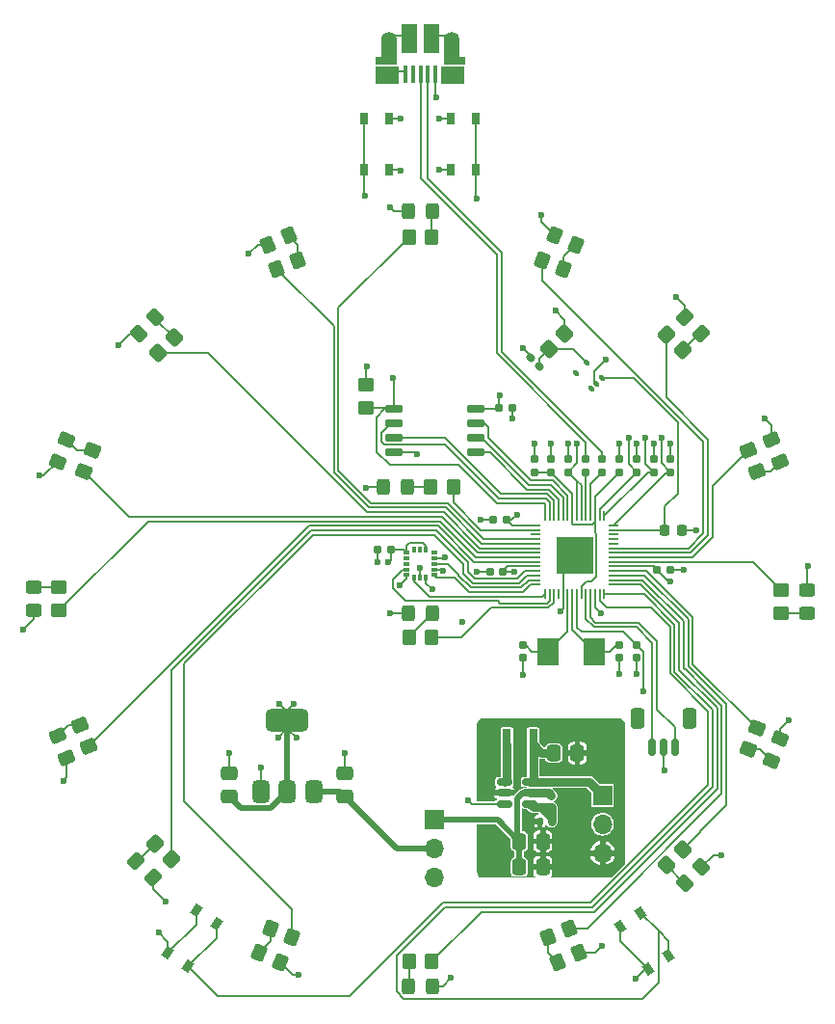
<source format=gbr>
%TF.GenerationSoftware,KiCad,Pcbnew,8.0.6*%
%TF.CreationDate,2024-11-25T23:55:31-05:00*%
%TF.ProjectId,Christmas Ornament 2024,43687269-7374-46d6-9173-204f726e616d,rev?*%
%TF.SameCoordinates,Original*%
%TF.FileFunction,Copper,L1,Top*%
%TF.FilePolarity,Positive*%
%FSLAX46Y46*%
G04 Gerber Fmt 4.6, Leading zero omitted, Abs format (unit mm)*
G04 Created by KiCad (PCBNEW 8.0.6) date 2024-11-25 23:55:31*
%MOMM*%
%LPD*%
G01*
G04 APERTURE LIST*
G04 Aperture macros list*
%AMRoundRect*
0 Rectangle with rounded corners*
0 $1 Rounding radius*
0 $2 $3 $4 $5 $6 $7 $8 $9 X,Y pos of 4 corners*
0 Add a 4 corners polygon primitive as box body*
4,1,4,$2,$3,$4,$5,$6,$7,$8,$9,$2,$3,0*
0 Add four circle primitives for the rounded corners*
1,1,$1+$1,$2,$3*
1,1,$1+$1,$4,$5*
1,1,$1+$1,$6,$7*
1,1,$1+$1,$8,$9*
0 Add four rect primitives between the rounded corners*
20,1,$1+$1,$2,$3,$4,$5,0*
20,1,$1+$1,$4,$5,$6,$7,0*
20,1,$1+$1,$6,$7,$8,$9,0*
20,1,$1+$1,$8,$9,$2,$3,0*%
%AMRotRect*
0 Rectangle, with rotation*
0 The origin of the aperture is its center*
0 $1 length*
0 $2 width*
0 $3 Rotation angle, in degrees counterclockwise*
0 Add horizontal line*
21,1,$1,$2,0,0,$3*%
G04 Aperture macros list end*
%TA.AperFunction,SMDPad,CuDef*%
%ADD10RoundRect,0.155000X-0.155000X0.212500X-0.155000X-0.212500X0.155000X-0.212500X0.155000X0.212500X0*%
%TD*%
%TA.AperFunction,SMDPad,CuDef*%
%ADD11RoundRect,0.250000X0.088388X-0.548008X0.548008X-0.088388X-0.088388X0.548008X-0.548008X0.088388X0*%
%TD*%
%TA.AperFunction,SMDPad,CuDef*%
%ADD12RoundRect,0.155000X0.155000X-0.212500X0.155000X0.212500X-0.155000X0.212500X-0.155000X-0.212500X0*%
%TD*%
%TA.AperFunction,SMDPad,CuDef*%
%ADD13RoundRect,0.250000X0.548008X0.088388X0.088388X0.548008X-0.548008X-0.088388X-0.088388X-0.548008X0*%
%TD*%
%TA.AperFunction,SMDPad,CuDef*%
%ADD14RoundRect,0.250000X0.450000X-0.350000X0.450000X0.350000X-0.450000X0.350000X-0.450000X-0.350000X0*%
%TD*%
%TA.AperFunction,SMDPad,CuDef*%
%ADD15RoundRect,0.150000X-0.650000X-0.150000X0.650000X-0.150000X0.650000X0.150000X-0.650000X0.150000X0*%
%TD*%
%TA.AperFunction,SMDPad,CuDef*%
%ADD16R,0.700000X1.000000*%
%TD*%
%TA.AperFunction,SMDPad,CuDef*%
%ADD17RoundRect,0.135000X-0.185000X0.135000X-0.185000X-0.135000X0.185000X-0.135000X0.185000X0.135000X0*%
%TD*%
%TA.AperFunction,SMDPad,CuDef*%
%ADD18RoundRect,0.150000X-0.150000X-0.625000X0.150000X-0.625000X0.150000X0.625000X-0.150000X0.625000X0*%
%TD*%
%TA.AperFunction,SMDPad,CuDef*%
%ADD19RoundRect,0.250000X-0.350000X-0.650000X0.350000X-0.650000X0.350000X0.650000X-0.350000X0.650000X0*%
%TD*%
%TA.AperFunction,SMDPad,CuDef*%
%ADD20RoundRect,0.250000X0.549685X-0.151150X0.281807X0.495565X-0.549685X0.151150X-0.281807X-0.495565X0*%
%TD*%
%TA.AperFunction,SMDPad,CuDef*%
%ADD21RoundRect,0.155000X0.212500X0.155000X-0.212500X0.155000X-0.212500X-0.155000X0.212500X-0.155000X0*%
%TD*%
%TA.AperFunction,SMDPad,CuDef*%
%ADD22RoundRect,0.135000X0.135000X0.185000X-0.135000X0.185000X-0.135000X-0.185000X0.135000X-0.185000X0*%
%TD*%
%TA.AperFunction,SMDPad,CuDef*%
%ADD23RoundRect,0.155000X-0.212500X-0.155000X0.212500X-0.155000X0.212500X0.155000X-0.212500X0.155000X0*%
%TD*%
%TA.AperFunction,SMDPad,CuDef*%
%ADD24RoundRect,0.250000X0.472468X0.291374X-0.128053X0.540118X-0.472468X-0.291374X0.128053X-0.540118X0*%
%TD*%
%TA.AperFunction,SMDPad,CuDef*%
%ADD25RoundRect,0.100000X0.229810X-0.088388X-0.088388X0.229810X-0.229810X0.088388X0.088388X-0.229810X0*%
%TD*%
%TA.AperFunction,SMDPad,CuDef*%
%ADD26RotRect,1.000000X0.700000X303.750000*%
%TD*%
%TA.AperFunction,SMDPad,CuDef*%
%ADD27RoundRect,0.150000X-0.512500X-0.150000X0.512500X-0.150000X0.512500X0.150000X-0.512500X0.150000X0*%
%TD*%
%TA.AperFunction,SMDPad,CuDef*%
%ADD28RoundRect,0.250000X0.540118X-0.128053X0.291374X0.472468X-0.540118X0.128053X-0.291374X-0.472468X0*%
%TD*%
%TA.AperFunction,SMDPad,CuDef*%
%ADD29RoundRect,0.250000X0.475000X-0.337500X0.475000X0.337500X-0.475000X0.337500X-0.475000X-0.337500X0*%
%TD*%
%TA.AperFunction,SMDPad,CuDef*%
%ADD30RoundRect,0.250000X-0.472468X-0.291374X0.128053X-0.540118X0.472468X0.291374X-0.128053X0.540118X0*%
%TD*%
%TA.AperFunction,SMDPad,CuDef*%
%ADD31RoundRect,0.250000X-0.088388X0.548008X-0.548008X0.088388X0.088388X-0.548008X0.548008X-0.088388X0*%
%TD*%
%TA.AperFunction,SMDPad,CuDef*%
%ADD32R,0.800000X2.700000*%
%TD*%
%TA.AperFunction,SMDPad,CuDef*%
%ADD33RoundRect,0.250000X-0.337500X-0.475000X0.337500X-0.475000X0.337500X0.475000X-0.337500X0.475000X0*%
%TD*%
%TA.AperFunction,SMDPad,CuDef*%
%ADD34RoundRect,0.250000X-0.325000X-0.450000X0.325000X-0.450000X0.325000X0.450000X-0.325000X0.450000X0*%
%TD*%
%TA.AperFunction,SMDPad,CuDef*%
%ADD35RoundRect,0.250000X-0.565685X-0.070711X-0.070711X-0.565685X0.565685X0.070711X0.070711X0.565685X0*%
%TD*%
%TA.AperFunction,SMDPad,CuDef*%
%ADD36RoundRect,0.250000X-0.281807X0.495565X-0.549685X-0.151150X0.281807X-0.495565X0.549685X0.151150X0*%
%TD*%
%TA.AperFunction,SMDPad,CuDef*%
%ADD37RoundRect,0.250000X0.070711X-0.565685X0.565685X-0.070711X-0.070711X0.565685X-0.565685X0.070711X0*%
%TD*%
%TA.AperFunction,SMDPad,CuDef*%
%ADD38RoundRect,0.160000X-0.160000X0.197500X-0.160000X-0.197500X0.160000X-0.197500X0.160000X0.197500X0*%
%TD*%
%TA.AperFunction,SMDPad,CuDef*%
%ADD39RoundRect,0.050000X-0.387500X-0.050000X0.387500X-0.050000X0.387500X0.050000X-0.387500X0.050000X0*%
%TD*%
%TA.AperFunction,SMDPad,CuDef*%
%ADD40RoundRect,0.050000X-0.050000X-0.387500X0.050000X-0.387500X0.050000X0.387500X-0.050000X0.387500X0*%
%TD*%
%TA.AperFunction,HeatsinkPad*%
%ADD41R,3.200000X3.200000*%
%TD*%
%TA.AperFunction,SMDPad,CuDef*%
%ADD42RoundRect,0.250000X0.128053X0.540118X-0.472468X0.291374X-0.128053X-0.540118X0.472468X-0.291374X0*%
%TD*%
%TA.AperFunction,SMDPad,CuDef*%
%ADD43RoundRect,0.250000X0.350000X0.450000X-0.350000X0.450000X-0.350000X-0.450000X0.350000X-0.450000X0*%
%TD*%
%TA.AperFunction,SMDPad,CuDef*%
%ADD44RoundRect,0.250000X-0.128053X-0.540118X0.472468X-0.291374X0.128053X0.540118X-0.472468X0.291374X0*%
%TD*%
%TA.AperFunction,SMDPad,CuDef*%
%ADD45RoundRect,0.250000X-0.548008X-0.088388X-0.088388X-0.548008X0.548008X0.088388X0.088388X0.548008X0*%
%TD*%
%TA.AperFunction,SMDPad,CuDef*%
%ADD46RoundRect,0.087500X-0.187500X-0.087500X0.187500X-0.087500X0.187500X0.087500X-0.187500X0.087500X0*%
%TD*%
%TA.AperFunction,SMDPad,CuDef*%
%ADD47RoundRect,0.087500X-0.087500X-0.187500X0.087500X-0.187500X0.087500X0.187500X-0.087500X0.187500X0*%
%TD*%
%TA.AperFunction,SMDPad,CuDef*%
%ADD48RoundRect,0.250000X0.450000X-0.325000X0.450000X0.325000X-0.450000X0.325000X-0.450000X-0.325000X0*%
%TD*%
%TA.AperFunction,SMDPad,CuDef*%
%ADD49R,1.900000X2.400000*%
%TD*%
%TA.AperFunction,SMDPad,CuDef*%
%ADD50RoundRect,0.250000X-0.350000X-0.450000X0.350000X-0.450000X0.350000X0.450000X-0.350000X0.450000X0*%
%TD*%
%TA.AperFunction,ComponentPad*%
%ADD51R,1.700000X1.700000*%
%TD*%
%TA.AperFunction,ComponentPad*%
%ADD52O,1.700000X1.700000*%
%TD*%
%TA.AperFunction,SMDPad,CuDef*%
%ADD53RoundRect,0.250000X-0.450000X0.325000X-0.450000X-0.325000X0.450000X-0.325000X0.450000X0.325000X0*%
%TD*%
%TA.AperFunction,SMDPad,CuDef*%
%ADD54RoundRect,0.250000X0.281807X-0.495565X0.549685X0.151150X-0.281807X0.495565X-0.549685X-0.151150X0*%
%TD*%
%TA.AperFunction,SMDPad,CuDef*%
%ADD55RoundRect,0.250000X-0.495565X-0.281807X0.151150X-0.549685X0.495565X0.281807X-0.151150X0.549685X0*%
%TD*%
%TA.AperFunction,SMDPad,CuDef*%
%ADD56RoundRect,0.250000X-0.070711X0.565685X-0.565685X0.070711X0.070711X-0.565685X0.565685X-0.070711X0*%
%TD*%
%TA.AperFunction,SMDPad,CuDef*%
%ADD57RoundRect,0.375000X0.375000X-0.625000X0.375000X0.625000X-0.375000X0.625000X-0.375000X-0.625000X0*%
%TD*%
%TA.AperFunction,SMDPad,CuDef*%
%ADD58RoundRect,0.500000X1.400000X-0.500000X1.400000X0.500000X-1.400000X0.500000X-1.400000X-0.500000X0*%
%TD*%
%TA.AperFunction,SMDPad,CuDef*%
%ADD59RoundRect,0.250000X0.291374X-0.472468X0.540118X0.128053X-0.291374X0.472468X-0.540118X-0.128053X0*%
%TD*%
%TA.AperFunction,SMDPad,CuDef*%
%ADD60RoundRect,0.250000X-0.151150X-0.549685X0.495565X-0.281807X0.151150X0.549685X-0.495565X0.281807X0*%
%TD*%
%TA.AperFunction,SMDPad,CuDef*%
%ADD61RoundRect,0.250000X-0.540118X0.128053X-0.291374X-0.472468X0.540118X-0.128053X0.291374X0.472468X0*%
%TD*%
%TA.AperFunction,SMDPad,CuDef*%
%ADD62RoundRect,0.250000X0.565685X0.070711X0.070711X0.565685X-0.565685X-0.070711X-0.070711X-0.565685X0*%
%TD*%
%TA.AperFunction,SMDPad,CuDef*%
%ADD63RoundRect,0.250000X0.325000X0.450000X-0.325000X0.450000X-0.325000X-0.450000X0.325000X-0.450000X0*%
%TD*%
%TA.AperFunction,SMDPad,CuDef*%
%ADD64RoundRect,0.225000X-0.225000X-0.250000X0.225000X-0.250000X0.225000X0.250000X-0.225000X0.250000X0*%
%TD*%
%TA.AperFunction,SMDPad,CuDef*%
%ADD65RoundRect,0.250000X-0.450000X0.350000X-0.450000X-0.350000X0.450000X-0.350000X0.450000X0.350000X0*%
%TD*%
%TA.AperFunction,SMDPad,CuDef*%
%ADD66R,0.400000X1.650000*%
%TD*%
%TA.AperFunction,SMDPad,CuDef*%
%ADD67R,1.825000X0.700000*%
%TD*%
%TA.AperFunction,SMDPad,CuDef*%
%ADD68R,2.000000X1.500000*%
%TD*%
%TA.AperFunction,ComponentPad*%
%ADD69O,1.350000X1.700000*%
%TD*%
%TA.AperFunction,SMDPad,CuDef*%
%ADD70R,1.350000X2.000000*%
%TD*%
%TA.AperFunction,ComponentPad*%
%ADD71O,1.100000X1.500000*%
%TD*%
%TA.AperFunction,SMDPad,CuDef*%
%ADD72R,1.430000X2.500000*%
%TD*%
%TA.AperFunction,SMDPad,CuDef*%
%ADD73RoundRect,0.250000X-0.291374X0.472468X-0.540118X-0.128053X0.291374X-0.472468X0.540118X0.128053X0*%
%TD*%
%TA.AperFunction,SMDPad,CuDef*%
%ADD74RoundRect,0.155000X0.259862X-0.040659X-0.040659X0.259862X-0.259862X0.040659X0.040659X-0.259862X0*%
%TD*%
%TA.AperFunction,SMDPad,CuDef*%
%ADD75RoundRect,0.250000X0.151150X0.549685X-0.495565X0.281807X-0.151150X-0.549685X0.495565X-0.281807X0*%
%TD*%
%TA.AperFunction,SMDPad,CuDef*%
%ADD76RoundRect,0.250000X0.495565X0.281807X-0.151150X0.549685X-0.495565X-0.281807X0.151150X-0.549685X0*%
%TD*%
%TA.AperFunction,SMDPad,CuDef*%
%ADD77RoundRect,0.250000X-0.549685X0.151150X-0.281807X-0.495565X0.549685X-0.151150X0.281807X0.495565X0*%
%TD*%
%TA.AperFunction,SMDPad,CuDef*%
%ADD78RotRect,1.000000X0.700000X236.250000*%
%TD*%
%TA.AperFunction,ViaPad*%
%ADD79C,0.600000*%
%TD*%
%TA.AperFunction,Conductor*%
%ADD80C,0.200000*%
%TD*%
%TA.AperFunction,Conductor*%
%ADD81C,0.500000*%
%TD*%
%TA.AperFunction,Conductor*%
%ADD82C,0.750000*%
%TD*%
G04 APERTURE END LIST*
D10*
%TO.P,C13,1*%
%TO.N,XTAL XOUT*%
X144500000Y-105567500D03*
%TO.P,C13,2*%
%TO.N,GND*%
X144500000Y-106702500D03*
%TD*%
D11*
%TO.P,D3,1,K*%
%TO.N,GND*%
X102275215Y-78224785D03*
%TO.P,D3,2,A*%
%TO.N,Net-(D3-A)*%
X103724785Y-76775215D03*
%TD*%
D12*
%TO.P,C2,1*%
%TO.N,+1V1*%
X144500000Y-90385000D03*
%TO.P,C2,2*%
%TO.N,GND*%
X144500000Y-89250000D03*
%TD*%
%TO.P,C10,1*%
%TO.N,+1V1*%
X138500000Y-90385000D03*
%TO.P,C10,2*%
%TO.N,GND*%
X138500000Y-89250000D03*
%TD*%
D13*
%TO.P,D6,1,K*%
%TO.N,GND*%
X103474785Y-125974785D03*
%TO.P,D6,2,A*%
%TO.N,Net-(D6-A)*%
X102025215Y-124525215D03*
%TD*%
D14*
%TO.P,R11,1*%
%TO.N,LED W*%
X95250000Y-102500001D03*
%TO.P,R11,2*%
%TO.N,Net-(D5-A)*%
X95250000Y-100499999D03*
%TD*%
D15*
%TO.P,U4,1,~{CS}*%
%TO.N,QSPI SS*%
X124650000Y-84845000D03*
%TO.P,U4,2,DO(IO1)*%
%TO.N,QSPI SD1*%
X124650000Y-86115000D03*
%TO.P,U4,3,IO2*%
%TO.N,QSPI SD2*%
X124650000Y-87385000D03*
%TO.P,U4,4,GND*%
%TO.N,GND*%
X124650000Y-88655000D03*
%TO.P,U4,5,DI(IO0)*%
%TO.N,QSPI SD0*%
X131850000Y-88655000D03*
%TO.P,U4,6,CLK*%
%TO.N,QSPI SCLK*%
X131850000Y-87385000D03*
%TO.P,U4,7,IO3*%
%TO.N,QSPI SD3*%
X131850000Y-86115000D03*
%TO.P,U4,8,VCC*%
%TO.N,+3V3*%
X131850000Y-84845000D03*
%TD*%
D16*
%TO.P,SW1,1,1*%
%TO.N,+3V3*%
X129709999Y-63845001D03*
%TO.P,SW1,2,2*%
X129709999Y-59345001D03*
%TO.P,SW1,3,K*%
%TO.N,Net-(SW1-A)*%
X131859999Y-63845001D03*
%TO.P,SW1,4,A*%
X131859999Y-59345001D03*
%TD*%
D17*
%TO.P,R3,1*%
%TO.N,+5C*%
X138520000Y-118790000D03*
%TO.P,R3,2*%
%TO.N,Net-(U5-V_{FB})*%
X138520000Y-119810000D03*
%TD*%
D18*
%TO.P,J2,1,Pin_1*%
%TO.N,SWCLK*%
X147400000Y-114525000D03*
%TO.P,J2,2,Pin_2*%
%TO.N,GND*%
X148400000Y-114525000D03*
%TO.P,J2,3,Pin_3*%
%TO.N,SWD*%
X149400000Y-114525000D03*
D19*
%TO.P,J2,MP*%
%TO.N,N/C*%
X146100000Y-112000000D03*
X150700000Y-112000000D03*
%TD*%
D20*
%TO.P,R13,1*%
%TO.N,LED WSW*%
X97882684Y-114423880D03*
%TO.P,R13,2*%
%TO.N,Net-(D7-A)*%
X97117316Y-112576120D03*
%TD*%
D21*
%TO.P,C19,1*%
%TO.N,+3V3*%
X124392500Y-97155000D03*
%TO.P,C19,2*%
%TO.N,GND*%
X123257500Y-97155000D03*
%TD*%
D22*
%TO.P,R4,1*%
%TO.N,Net-(U5-V_{FB})*%
X138530000Y-121050000D03*
%TO.P,R4,2*%
%TO.N,GND*%
X137510000Y-121050000D03*
%TD*%
D21*
%TO.P,C9,1*%
%TO.N,+3V3*%
X134567500Y-94567500D03*
%TO.P,C9,2*%
%TO.N,GND*%
X133432500Y-94567500D03*
%TD*%
D23*
%TO.P,C6,1*%
%TO.N,+3V3*%
X147832500Y-99000000D03*
%TO.P,C6,2*%
%TO.N,GND*%
X148967500Y-99000000D03*
%TD*%
D24*
%TO.P,D8,1,K*%
%TO.N,GND*%
X114696977Y-133392251D03*
%TO.P,D8,2,A*%
%TO.N,Net-(D8-A)*%
X112803023Y-132607749D03*
%TD*%
D25*
%TO.P,U6,1,NC*%
%TO.N,unconnected-(U6-NC-Pad1)*%
X142042681Y-83041523D03*
%TO.P,U6,2,GND*%
%TO.N,GND*%
X142502298Y-82581903D03*
%TO.P,U6,3,Vout*%
%TO.N,TMP235 Out*%
X142961919Y-82122284D03*
%TO.P,U6,4,Vdd*%
%TO.N,Net-(U6-Vdd)*%
X141618415Y-80778781D03*
%TO.P,U6,5,NC*%
%TO.N,unconnected-(U6-NC-Pad5)*%
X140699177Y-81698020D03*
%TD*%
D26*
%TO.P,SW4,1,1*%
%TO.N,BUTTON 2*%
X146349583Y-129090066D03*
%TO.P,SW4,2,2*%
X148849649Y-132831679D03*
%TO.P,SW4,3,K*%
%TO.N,GND*%
X144561923Y-130284542D03*
%TO.P,SW4,4,A*%
X147061990Y-134026156D03*
%TD*%
D27*
%TO.P,U5,1,SW*%
%TO.N,Net-(U5-SW)*%
X134382500Y-117600000D03*
%TO.P,U5,2,GND*%
%TO.N,GND*%
X134382500Y-118550000D03*
%TO.P,U5,3,EN*%
%TO.N,+BATT*%
X134382500Y-119500000D03*
%TO.P,U5,4,V_{FB}*%
%TO.N,Net-(U5-V_{FB})*%
X136657500Y-119500000D03*
%TO.P,U5,5,V_{OUT}*%
%TO.N,+5C*%
X136657500Y-118550000D03*
%TO.P,U5,6,V_{IN}*%
%TO.N,+BATT*%
X136657500Y-117600000D03*
%TD*%
D28*
%TO.P,D7,1,K*%
%TO.N,GND*%
X95892251Y-115446977D03*
%TO.P,D7,2,A*%
%TO.N,Net-(D7-A)*%
X95107749Y-113553023D03*
%TD*%
D29*
%TO.P,C18,1*%
%TO.N,+5ish*%
X120396000Y-118893500D03*
%TO.P,C18,2*%
%TO.N,GND*%
X120396000Y-116818500D03*
%TD*%
D30*
%TO.P,D16,1,K*%
%TO.N,GND*%
X138803023Y-69607749D03*
%TO.P,D16,2,A*%
%TO.N,Net-(D16-A)*%
X140696977Y-70392251D03*
%TD*%
D31*
%TO.P,D10,1,K*%
%TO.N,GND*%
X151724785Y-125025215D03*
%TO.P,D10,2,A*%
%TO.N,Net-(D10-A)*%
X150275215Y-126474785D03*
%TD*%
D32*
%TO.P,L1,1*%
%TO.N,+BATT*%
X136920000Y-114300000D03*
%TO.P,L1,2*%
%TO.N,Net-(U5-SW)*%
X134620000Y-114300000D03*
%TD*%
D12*
%TO.P,C12,1*%
%TO.N,+3V3*%
X149000000Y-90385000D03*
%TO.P,C12,2*%
%TO.N,GND*%
X149000000Y-89250000D03*
%TD*%
D33*
%TO.P,C17,1*%
%TO.N,+5C*%
X135695000Y-125050000D03*
%TO.P,C17,2*%
%TO.N,GND*%
X137770000Y-125050000D03*
%TD*%
D34*
%TO.P,D17,1,K*%
%TO.N,GND*%
X125975000Y-102800000D03*
%TO.P,D17,2,A*%
%TO.N,Net-(D17-A)*%
X128025000Y-102800000D03*
%TD*%
D35*
%TO.P,R18,1*%
%TO.N,LED NE*%
X148644893Y-78286893D03*
%TO.P,R18,2*%
%TO.N,Net-(D12-A)*%
X150059107Y-79701107D03*
%TD*%
D36*
%TO.P,R20,1*%
%TO.N,LED ESE*%
X156592684Y-112868120D03*
%TO.P,R20,2*%
%TO.N,Net-(D14-A)*%
X155827316Y-114715880D03*
%TD*%
D37*
%TO.P,R8,1*%
%TO.N,Net-(U6-Vdd)*%
X138292892Y-79607107D03*
%TO.P,R8,2*%
%TO.N,+3V3*%
X139707108Y-78192893D03*
%TD*%
D38*
%TO.P,R2,1*%
%TO.N,Net-(J1-D-)*%
X143000000Y-89220000D03*
%TO.P,R2,2*%
%TO.N,Net-(U1-USB_DM)*%
X143000000Y-90415000D03*
%TD*%
D39*
%TO.P,U1,1,IOVDD*%
%TO.N,+3V3*%
X137125000Y-95067500D03*
%TO.P,U1,2,GPIO0*%
%TO.N,Net-(U1-GPIO0)*%
X137125000Y-95467500D03*
%TO.P,U1,3,GPIO1*%
%TO.N,unconnected-(U1-GPIO1-Pad3)*%
X137125000Y-95867500D03*
%TO.P,U1,4,GPIO2*%
%TO.N,LED N*%
X137125000Y-96267500D03*
%TO.P,U1,5,GPIO3*%
%TO.N,LED NNW*%
X137125000Y-96667500D03*
%TO.P,U1,6,GPIO4*%
%TO.N,LED NW*%
X137125000Y-97067500D03*
%TO.P,U1,7,GPIO5*%
%TO.N,LED WNW*%
X137125000Y-97467500D03*
%TO.P,U1,8,GPIO6*%
%TO.N,LED W*%
X137125000Y-97867500D03*
%TO.P,U1,9,GPIO7*%
%TO.N,LED WSW*%
X137125000Y-98267500D03*
%TO.P,U1,10,IOVDD*%
%TO.N,+3V3*%
X137125000Y-98667500D03*
%TO.P,U1,11,GPIO8*%
%TO.N,LED SW*%
X137125000Y-99067500D03*
%TO.P,U1,12,GPIO9*%
%TO.N,LED SSW*%
X137125000Y-99467500D03*
%TO.P,U1,13,GPIO10*%
%TO.N,LIS3DH INT1*%
X137125000Y-99867500D03*
%TO.P,U1,14,GPIO11*%
%TO.N,LIS3DH INT2*%
X137125000Y-100267500D03*
D40*
%TO.P,U1,15,GPIO12*%
%TO.N,I2C SDA*%
X137962500Y-101105000D03*
%TO.P,U1,16,GPIO13*%
%TO.N,I2C SCL*%
X138362500Y-101105000D03*
%TO.P,U1,17,GPIO14*%
%TO.N,LED MID*%
X138762500Y-101105000D03*
%TO.P,U1,18,GPIO15*%
%TO.N,unconnected-(U1-GPIO15-Pad18)*%
X139162500Y-101105000D03*
%TO.P,U1,19,TESTEN*%
%TO.N,GND*%
X139562500Y-101105000D03*
%TO.P,U1,20,XIN*%
%TO.N,XTAL XIN*%
X139962500Y-101105000D03*
%TO.P,U1,21,XOUT*%
%TO.N,XTAL XOUT*%
X140362500Y-101105000D03*
%TO.P,U1,22,IOVDD*%
%TO.N,+3V3*%
X140762500Y-101105000D03*
%TO.P,U1,23,DVDD*%
%TO.N,+1V1*%
X141162500Y-101105000D03*
%TO.P,U1,24,SWCLK*%
%TO.N,SWCLK*%
X141562500Y-101105000D03*
%TO.P,U1,25,SWD*%
%TO.N,SWD*%
X141962500Y-101105000D03*
%TO.P,U1,26,RUN*%
%TO.N,Net-(SW1-A)*%
X142362500Y-101105000D03*
%TO.P,U1,27,GPIO16*%
%TO.N,BUTTON 1*%
X142762500Y-101105000D03*
%TO.P,U1,28,GPIO17*%
%TO.N,BUTTON 2*%
X143162500Y-101105000D03*
D39*
%TO.P,U1,29,GPIO18*%
%TO.N,LED S*%
X144000000Y-100267500D03*
%TO.P,U1,30,GPIO19*%
%TO.N,LED SSE*%
X144000000Y-99867500D03*
%TO.P,U1,31,GPIO20*%
%TO.N,LED SE*%
X144000000Y-99467500D03*
%TO.P,U1,32,GPIO21*%
%TO.N,LED ESE*%
X144000000Y-99067500D03*
%TO.P,U1,33,IOVDD*%
%TO.N,+3V3*%
X144000000Y-98667500D03*
%TO.P,U1,34,GPIO22*%
%TO.N,LED E*%
X144000000Y-98267500D03*
%TO.P,U1,35,GPIO23*%
%TO.N,LED ENE*%
X144000000Y-97867500D03*
%TO.P,U1,36,GPIO24*%
%TO.N,LED NE*%
X144000000Y-97467500D03*
%TO.P,U1,37,GPIO25*%
%TO.N,LED NNE*%
X144000000Y-97067500D03*
%TO.P,U1,38,GPIO26_ADC0*%
%TO.N,unconnected-(U1-GPIO26_ADC0-Pad38)*%
X144000000Y-96667500D03*
%TO.P,U1,39,GPIO27_ADC1*%
%TO.N,unconnected-(U1-GPIO27_ADC1-Pad39)*%
X144000000Y-96267500D03*
%TO.P,U1,40,GPIO28_ADC2*%
%TO.N,unconnected-(U1-GPIO28_ADC2-Pad40)*%
X144000000Y-95867500D03*
%TO.P,U1,41,GPIO29_ADC3*%
%TO.N,TMP235 Out*%
X144000000Y-95467500D03*
%TO.P,U1,42,IOVDD*%
%TO.N,+3V3*%
X144000000Y-95067500D03*
D40*
%TO.P,U1,43,ADC_AVDD*%
X143162500Y-94230000D03*
%TO.P,U1,44,VREG_IN*%
X142762500Y-94230000D03*
%TO.P,U1,45,VREG_VOUT*%
%TO.N,+1V1*%
X142362500Y-94230000D03*
%TO.P,U1,46,USB_DM*%
%TO.N,Net-(U1-USB_DM)*%
X141962500Y-94230000D03*
%TO.P,U1,47,USB_DP*%
%TO.N,Net-(U1-USB_DP)*%
X141562500Y-94230000D03*
%TO.P,U1,48,USB_VDD*%
%TO.N,+3V3*%
X141162500Y-94230000D03*
%TO.P,U1,49,IOVDD*%
X140762500Y-94230000D03*
%TO.P,U1,50,DVDD*%
%TO.N,+1V1*%
X140362500Y-94230000D03*
%TO.P,U1,51,QSPI_SD3*%
%TO.N,QSPI SD3*%
X139962500Y-94230000D03*
%TO.P,U1,52,QSPI_SCLK*%
%TO.N,QSPI SCLK*%
X139562500Y-94230000D03*
%TO.P,U1,53,QSPI_SD0*%
%TO.N,QSPI SD0*%
X139162500Y-94230000D03*
%TO.P,U1,54,QSPI_SD2*%
%TO.N,QSPI SD2*%
X138762500Y-94230000D03*
%TO.P,U1,55,QSPI_SD1*%
%TO.N,QSPI SD1*%
X138362500Y-94230000D03*
%TO.P,U1,56,QSPI_SS*%
%TO.N,QSPI SS*%
X137962500Y-94230000D03*
D41*
%TO.P,U1,57,GND*%
%TO.N,GND*%
X140562500Y-97667500D03*
%TD*%
D42*
%TO.P,D13,1,K*%
%TO.N,GND*%
X140946977Y-132607749D03*
%TO.P,D13,2,A*%
%TO.N,Net-(D13-A)*%
X139053023Y-133392251D03*
%TD*%
D43*
%TO.P,R23,1*%
%TO.N,LED MID*%
X128000000Y-104902001D03*
%TO.P,R23,2*%
%TO.N,Net-(D17-A)*%
X126000000Y-104902001D03*
%TD*%
%TO.P,R24,1*%
%TO.N,Net-(U1-GPIO0)*%
X129900000Y-91700000D03*
%TO.P,R24,2*%
%TO.N,Net-(D18-A)*%
X127900000Y-91700000D03*
%TD*%
D44*
%TO.P,D2,1,K*%
%TO.N,GND*%
X113553023Y-70392251D03*
%TO.P,D2,2,A*%
%TO.N,Net-(D2-A)*%
X115446977Y-69607749D03*
%TD*%
D38*
%TO.P,R1,1*%
%TO.N,Net-(J1-D+)*%
X141500000Y-89220000D03*
%TO.P,R1,2*%
%TO.N,Net-(U1-USB_DP)*%
X141500000Y-90415000D03*
%TD*%
D45*
%TO.P,D12,1,K*%
%TO.N,GND*%
X150275215Y-76775215D03*
%TO.P,D12,2,A*%
%TO.N,Net-(D12-A)*%
X151724785Y-78224785D03*
%TD*%
D46*
%TO.P,U2,1,VDD_IO*%
%TO.N,+3V3*%
X125775000Y-97425000D03*
%TO.P,U2,2,NC*%
%TO.N,unconnected-(U2-NC-Pad2)*%
X125775000Y-97925000D03*
%TO.P,U2,3,NC*%
%TO.N,unconnected-(U2-NC-Pad3)*%
X125775000Y-98425000D03*
%TO.P,U2,4,SPC*%
%TO.N,I2C SCL*%
X125775000Y-98925000D03*
%TO.P,U2,5,GND*%
%TO.N,GND*%
X125775000Y-99425000D03*
D47*
%TO.P,U2,6,SDI*%
%TO.N,I2C SDA*%
X126500000Y-99650000D03*
%TO.P,U2,7,SDO*%
%TO.N,Net-(JP1-B)*%
X127000000Y-99650000D03*
%TO.P,U2,8,CS*%
%TO.N,+3V3*%
X127500000Y-99650000D03*
D46*
%TO.P,U2,9,INT2*%
%TO.N,LIS3DH INT2*%
X128225000Y-99425000D03*
%TO.P,U2,10,GND*%
%TO.N,GND*%
X128225000Y-98925000D03*
%TO.P,U2,11,INT1*%
%TO.N,LIS3DH INT1*%
X128225000Y-98425000D03*
%TO.P,U2,12,GND*%
%TO.N,GND*%
X128225000Y-97925000D03*
%TO.P,U2,13,ADC3*%
%TO.N,unconnected-(U2-ADC3-Pad13)*%
X128225000Y-97425000D03*
D47*
%TO.P,U2,14,VDD*%
%TO.N,+3V3*%
X127500000Y-97200000D03*
%TO.P,U2,15,ADC2*%
%TO.N,unconnected-(U2-ADC2-Pad15)*%
X127000000Y-97200000D03*
%TO.P,U2,16,ADC1*%
%TO.N,unconnected-(U2-ADC1-Pad16)*%
X126500000Y-97200000D03*
%TD*%
D48*
%TO.P,D5,1,K*%
%TO.N,GND*%
X93000000Y-102525001D03*
%TO.P,D5,2,A*%
%TO.N,Net-(D5-A)*%
X93000000Y-100474999D03*
%TD*%
D34*
%TO.P,D1,1,K*%
%TO.N,GND*%
X125975000Y-67500000D03*
%TO.P,D1,2,A*%
%TO.N,Net-(D1-A)*%
X128025000Y-67500000D03*
%TD*%
D23*
%TO.P,C20,1*%
%TO.N,+3V3*%
X133932500Y-84750000D03*
%TO.P,C20,2*%
%TO.N,GND*%
X135067500Y-84750000D03*
%TD*%
D10*
%TO.P,C14,1*%
%TO.N,XTAL XIN*%
X136000000Y-105567500D03*
%TO.P,C14,2*%
%TO.N,GND*%
X136000000Y-106702500D03*
%TD*%
D49*
%TO.P,Y1,1,1*%
%TO.N,XTAL XOUT*%
X142300000Y-106135000D03*
%TO.P,Y1,2,2*%
%TO.N,XTAL XIN*%
X138200000Y-106135000D03*
%TD*%
D21*
%TO.P,C8,1*%
%TO.N,+3V3*%
X134267500Y-99100000D03*
%TO.P,C8,2*%
%TO.N,GND*%
X133132500Y-99100000D03*
%TD*%
D50*
%TO.P,R5,1*%
%TO.N,LED N*%
X125999999Y-69750000D03*
%TO.P,R5,2*%
%TO.N,Net-(D1-A)*%
X128000001Y-69750000D03*
%TD*%
D14*
%TO.P,R6,1*%
%TO.N,QSPI SS*%
X122250000Y-84750000D03*
%TO.P,R6,2*%
%TO.N,+3V3*%
X122250000Y-82750000D03*
%TD*%
D51*
%TO.P,J4,1,Pin_1*%
%TO.N,+5C*%
X128270000Y-120904000D03*
D52*
%TO.P,J4,2,Pin_2*%
%TO.N,+5ish*%
X128270000Y-123444000D03*
%TO.P,J4,3,Pin_3*%
%TO.N,+5V*%
X128270000Y-125984000D03*
%TD*%
D34*
%TO.P,D18,1,K*%
%TO.N,GND*%
X123775000Y-91700000D03*
%TO.P,D18,2,A*%
%TO.N,Net-(D18-A)*%
X125825000Y-91700000D03*
%TD*%
D53*
%TO.P,D11,1,K*%
%TO.N,GND*%
X161000000Y-100724999D03*
%TO.P,D11,2,A*%
%TO.N,Net-(D11-A)*%
X161000000Y-102775001D03*
%TD*%
D51*
%TO.P,J5,1,Pin_1*%
%TO.N,+BATT*%
X143020000Y-118760000D03*
D52*
%TO.P,J5,2,Pin_2*%
%TO.N,unconnected-(J5-Pin_2-Pad2)*%
X143020000Y-121300000D03*
%TO.P,J5,3,Pin_3*%
%TO.N,GND*%
X143020000Y-123840000D03*
%TD*%
D33*
%TO.P,C16,1*%
%TO.N,+5C*%
X135695000Y-122800000D03*
%TO.P,C16,2*%
%TO.N,GND*%
X137770000Y-122800000D03*
%TD*%
D54*
%TO.P,R10,1*%
%TO.N,LED WNW*%
X97407316Y-90331880D03*
%TO.P,R10,2*%
%TO.N,Net-(D4-A)*%
X98172684Y-88484120D03*
%TD*%
D43*
%TO.P,R15,1*%
%TO.N,LED S*%
X128000001Y-133350000D03*
%TO.P,R15,2*%
%TO.N,Net-(D9-A)*%
X125999999Y-133350000D03*
%TD*%
D29*
%TO.P,C3,1*%
%TO.N,+3V3*%
X110236000Y-118893500D03*
%TO.P,C3,2*%
%TO.N,GND*%
X110236000Y-116818500D03*
%TD*%
D55*
%TO.P,R22,1*%
%TO.N,LED NNE*%
X137760120Y-71753317D03*
%TO.P,R22,2*%
%TO.N,Net-(D16-A)*%
X139607880Y-72518683D03*
%TD*%
D56*
%TO.P,R16,1*%
%TO.N,LED SE*%
X150059107Y-123498893D03*
%TO.P,R16,2*%
%TO.N,Net-(D10-A)*%
X148644893Y-124913107D03*
%TD*%
D57*
%TO.P,U3,1,GND*%
%TO.N,GND*%
X113016000Y-118466000D03*
%TO.P,U3,2,VO*%
%TO.N,+3V3*%
X115316000Y-118466001D03*
D58*
X115316000Y-112165999D03*
D57*
%TO.P,U3,3,VI*%
%TO.N,+5ish*%
X117616000Y-118466001D03*
%TD*%
D59*
%TO.P,D4,1,K*%
%TO.N,GND*%
X95107749Y-89446977D03*
%TO.P,D4,2,A*%
%TO.N,Net-(D4-A)*%
X95892251Y-87553023D03*
%TD*%
D37*
%TO.P,R9,1*%
%TO.N,LED NW*%
X103940893Y-79955107D03*
%TO.P,R9,2*%
%TO.N,Net-(D3-A)*%
X105355107Y-78540893D03*
%TD*%
D60*
%TO.P,R7,1*%
%TO.N,LED NNW*%
X114392120Y-72518683D03*
%TO.P,R7,2*%
%TO.N,Net-(D2-A)*%
X116239880Y-71753317D03*
%TD*%
D12*
%TO.P,C4,1*%
%TO.N,+3V3*%
X146000000Y-90385000D03*
%TO.P,C4,2*%
%TO.N,GND*%
X146000000Y-89250000D03*
%TD*%
D61*
%TO.P,D15,1,K*%
%TO.N,GND*%
X157857749Y-87553023D03*
%TO.P,D15,2,A*%
%TO.N,Net-(D15-A)*%
X158642251Y-89446977D03*
%TD*%
D12*
%TO.P,C1,1*%
%TO.N,+3V3*%
X140000000Y-90385000D03*
%TO.P,C1,2*%
%TO.N,GND*%
X140000000Y-89250000D03*
%TD*%
D33*
%TO.P,C15,1*%
%TO.N,+BATT*%
X138732500Y-115050000D03*
%TO.P,C15,2*%
%TO.N,GND*%
X140807500Y-115050000D03*
%TD*%
D62*
%TO.P,R12,1*%
%TO.N,LED SW*%
X105101107Y-124405107D03*
%TO.P,R12,2*%
%TO.N,Net-(D6-A)*%
X103686893Y-122990893D03*
%TD*%
D63*
%TO.P,D9,1,K*%
%TO.N,GND*%
X128025001Y-135500000D03*
%TO.P,D9,2,A*%
%TO.N,Net-(D9-A)*%
X125974999Y-135500000D03*
%TD*%
D64*
%TO.P,C21,1*%
%TO.N,TMP235 Out*%
X148475000Y-95500000D03*
%TO.P,C21,2*%
%TO.N,GND*%
X150025000Y-95500000D03*
%TD*%
D65*
%TO.P,R17,1*%
%TO.N,LED E*%
X158750000Y-100749999D03*
%TO.P,R17,2*%
%TO.N,Net-(D11-A)*%
X158750000Y-102750001D03*
%TD*%
D66*
%TO.P,J1,1,VBUS*%
%TO.N,+5V*%
X128325000Y-55440000D03*
%TO.P,J1,2,D-*%
%TO.N,Net-(J1-D-)*%
X127675000Y-55440000D03*
%TO.P,J1,3,D+*%
%TO.N,Net-(J1-D+)*%
X127025000Y-55439999D03*
%TO.P,J1,4,ID*%
%TO.N,unconnected-(J1-ID-Pad4)*%
X126374999Y-55440001D03*
%TO.P,J1,5,GND*%
%TO.N,GND*%
X125725000Y-55440000D03*
D67*
%TO.P,J1,6,Shield*%
X129975000Y-54240000D03*
D68*
X129874999Y-55539999D03*
D69*
X129755000Y-52560000D03*
D70*
X129754999Y-53490000D03*
D71*
X129444999Y-55559999D03*
D72*
X127985000Y-52290000D03*
X126065000Y-52290000D03*
D71*
X124605000Y-55560000D03*
D69*
X124295000Y-52560000D03*
D70*
X124275000Y-53490000D03*
D68*
X124125000Y-55560000D03*
D67*
X124025000Y-54240000D03*
%TD*%
D12*
%TO.P,C5,1*%
%TO.N,+3V3*%
X147500000Y-90385000D03*
%TO.P,C5,2*%
%TO.N,GND*%
X147500000Y-89250000D03*
%TD*%
D10*
%TO.P,C7,1*%
%TO.N,+3V3*%
X146000000Y-105567500D03*
%TO.P,C7,2*%
%TO.N,GND*%
X146000000Y-106702500D03*
%TD*%
D73*
%TO.P,D14,1,K*%
%TO.N,GND*%
X158642251Y-113803023D03*
%TO.P,D14,2,A*%
%TO.N,Net-(D14-A)*%
X157857749Y-115696977D03*
%TD*%
D74*
%TO.P,C22,1*%
%TO.N,Net-(U6-Vdd)*%
X137501283Y-81101283D03*
%TO.P,C22,2*%
%TO.N,GND*%
X136698717Y-80298717D03*
%TD*%
D16*
%TO.P,SW2,1,1*%
%TO.N,QSPI SS*%
X122089999Y-63845001D03*
%TO.P,SW2,2,2*%
X122089999Y-59345001D03*
%TO.P,SW2,3,K*%
%TO.N,GND*%
X124239999Y-63845001D03*
%TO.P,SW2,4,A*%
X124239999Y-59345001D03*
%TD*%
D75*
%TO.P,R19,1*%
%TO.N,LED SSE*%
X140115880Y-130427316D03*
%TO.P,R19,2*%
%TO.N,Net-(D13-A)*%
X138268120Y-131192684D03*
%TD*%
D12*
%TO.P,C11,1*%
%TO.N,+1V1*%
X137000000Y-90385000D03*
%TO.P,C11,2*%
%TO.N,GND*%
X137000000Y-89250000D03*
%TD*%
D76*
%TO.P,R14,1*%
%TO.N,LED SSW*%
X115673880Y-131192684D03*
%TO.P,R14,2*%
%TO.N,Net-(D8-A)*%
X113826120Y-130427316D03*
%TD*%
D77*
%TO.P,R21,1*%
%TO.N,LED ENE*%
X155827316Y-88484120D03*
%TO.P,R21,2*%
%TO.N,Net-(D15-A)*%
X156592684Y-90331880D03*
%TD*%
D78*
%TO.P,SW3,1,1*%
%TO.N,BUTTON 1*%
X109098650Y-130058319D03*
%TO.P,SW3,2,2*%
X106598584Y-133799932D03*
%TO.P,SW3,3,K*%
%TO.N,GND*%
X107310990Y-128863843D03*
%TO.P,SW3,4,A*%
X104810923Y-132605458D03*
%TD*%
D79*
%TO.N,+3V3*%
X114500000Y-113700000D03*
X134000000Y-83600000D03*
X116100000Y-113700000D03*
X146600000Y-109600000D03*
X122300000Y-81100000D03*
X124206000Y-98298000D03*
X140800000Y-87900000D03*
X146800000Y-87400000D03*
X138900000Y-76200000D03*
X128700000Y-59300000D03*
X114600000Y-110700000D03*
X148200000Y-87400000D03*
X145300000Y-87400000D03*
X115900000Y-110700000D03*
X128700000Y-63800000D03*
X128036549Y-100663451D03*
X149000000Y-100000000D03*
X135500000Y-94100000D03*
X135300000Y-99100000D03*
%TO.N,GND*%
X124300000Y-67100000D03*
X116300000Y-134500000D03*
X140562500Y-97667500D03*
X136000000Y-108200000D03*
X143000000Y-132000000D03*
X149000000Y-87900000D03*
X92100000Y-104200000D03*
X129000000Y-99025000D03*
X129700000Y-134800000D03*
X132300000Y-94600000D03*
X130700000Y-103500000D03*
X150200000Y-98982500D03*
X129186403Y-97825000D03*
X143300000Y-80500000D03*
X124300000Y-102800000D03*
X104600000Y-128100000D03*
X138500000Y-87900000D03*
X120396000Y-115062000D03*
X132000000Y-99100000D03*
X139562500Y-98700000D03*
X95600000Y-117500000D03*
X140000000Y-87900000D03*
X135100000Y-85700000D03*
X125200000Y-100300000D03*
X136000000Y-79500000D03*
X125300000Y-59300000D03*
X151300000Y-95500000D03*
X147500000Y-87900000D03*
X144500000Y-108100000D03*
X139300000Y-102600000D03*
X104000000Y-130800000D03*
X146000000Y-108100000D03*
X159400000Y-112200000D03*
X111900000Y-71200000D03*
X125300000Y-63900000D03*
X149500000Y-75000000D03*
X144500000Y-87900000D03*
X137600000Y-67800000D03*
X93500000Y-90700000D03*
X123200000Y-98300000D03*
X122200000Y-91800000D03*
X100500000Y-79200000D03*
X161100000Y-98600000D03*
X157300000Y-85700000D03*
X146000000Y-87900000D03*
X153500000Y-124000000D03*
X110236000Y-115062000D03*
X113030000Y-116332000D03*
X137000000Y-87900000D03*
X126700000Y-88800000D03*
X145900000Y-134900000D03*
X148450000Y-116550000D03*
%TO.N,+BATT*%
X131200000Y-119200000D03*
%TO.N,+5V*%
X128400000Y-57500000D03*
%TO.N,Net-(JP1-B)*%
X127000000Y-98806000D03*
%TO.N,QSPI SS*%
X122100000Y-66100000D03*
X124600000Y-82100000D03*
%TO.N,Net-(SW1-A)*%
X142900000Y-102800000D03*
X132000000Y-66400000D03*
%TD*%
D80*
%TO.N,+3V3*%
X145300000Y-89685000D02*
X145300000Y-87400000D01*
D81*
X111258500Y-119916000D02*
X113866001Y-119916000D01*
D80*
X143162500Y-94230000D02*
X147007500Y-90385000D01*
X146000000Y-105567500D02*
X146610000Y-106177500D01*
X115316000Y-111284000D02*
X115900000Y-110700000D01*
X128745001Y-59345001D02*
X128700000Y-59300000D01*
D81*
X113866001Y-119916000D02*
X115316000Y-118466001D01*
D80*
X140762500Y-91147500D02*
X140000000Y-90385000D01*
D81*
X110236000Y-118893500D02*
X111258500Y-119916000D01*
D80*
X140762500Y-104031814D02*
X141149093Y-104418407D01*
X127500000Y-96874568D02*
X127250432Y-96625000D01*
X139707108Y-77007108D02*
X138900000Y-76200000D01*
X142762500Y-94230000D02*
X142762500Y-93622500D01*
X137125000Y-95067500D02*
X135067500Y-95067500D01*
X140000000Y-90385000D02*
X140800000Y-89585000D01*
X134267500Y-99100000D02*
X134700000Y-98667500D01*
X144850907Y-104418407D02*
X146000000Y-105567500D01*
X129709999Y-59345001D02*
X128745001Y-59345001D01*
X142762500Y-93622500D02*
X146000000Y-90385000D01*
X134267500Y-99100000D02*
X135300000Y-99100000D01*
X135032500Y-94567500D02*
X135500000Y-94100000D01*
D81*
X115316000Y-118466001D02*
X115316000Y-112165999D01*
D80*
X141162500Y-94230000D02*
X141162500Y-91547500D01*
X127250432Y-96625000D02*
X126035000Y-96625000D01*
X131850000Y-84845000D02*
X133837500Y-84845000D01*
X124392500Y-97155000D02*
X125505000Y-97155000D01*
X133837500Y-84845000D02*
X133932500Y-84750000D01*
X146610000Y-109590000D02*
X146600000Y-109600000D01*
X140762500Y-94230000D02*
X140762500Y-91147500D01*
X147500000Y-90385000D02*
X146800000Y-89685000D01*
X124392500Y-97155000D02*
X124392500Y-98111500D01*
X125505000Y-97155000D02*
X125775000Y-97425000D01*
X144000000Y-95067500D02*
X148682500Y-90385000D01*
X144000000Y-98667500D02*
X147500000Y-98667500D01*
X115316000Y-111416000D02*
X114600000Y-110700000D01*
X149000000Y-90385000D02*
X148200000Y-89585000D01*
X115316000Y-112165999D02*
X115316000Y-111416000D01*
X126035000Y-96625000D02*
X125775000Y-96885000D01*
X124392500Y-98111500D02*
X124206000Y-98298000D01*
X148200000Y-89585000D02*
X148200000Y-87400000D01*
X134567500Y-94567500D02*
X135032500Y-94567500D01*
X135067500Y-95067500D02*
X134567500Y-94567500D01*
X122250000Y-82750000D02*
X122250000Y-81150000D01*
X133932500Y-83667500D02*
X134000000Y-83600000D01*
X127500000Y-97200000D02*
X127500000Y-96874568D01*
X146800000Y-89685000D02*
X146800000Y-87400000D01*
X139707108Y-78192893D02*
X139707108Y-77007108D01*
X141149093Y-104418407D02*
X144850907Y-104418407D01*
X147832500Y-99000000D02*
X148832500Y-100000000D01*
X128745001Y-63845001D02*
X128700000Y-63800000D01*
X147007500Y-90385000D02*
X147500000Y-90385000D01*
X140800000Y-89585000D02*
X140800000Y-87900000D01*
X146000000Y-90385000D02*
X145300000Y-89685000D01*
X129709999Y-63845001D02*
X128745001Y-63845001D01*
X115316000Y-112165999D02*
X115316000Y-112884000D01*
X125775000Y-96885000D02*
X125775000Y-97425000D01*
X148682500Y-90385000D02*
X149000000Y-90385000D01*
X146610000Y-106177500D02*
X146610000Y-109590000D01*
X141162500Y-91547500D02*
X140762500Y-91147500D01*
X134700000Y-98667500D02*
X137125000Y-98667500D01*
X115316000Y-112165999D02*
X115316000Y-111284000D01*
X133932500Y-84750000D02*
X133932500Y-83667500D01*
X127500000Y-100126902D02*
X128036549Y-100663451D01*
X115316000Y-112884000D02*
X114500000Y-113700000D01*
X140762500Y-101105000D02*
X140762500Y-104031814D01*
X122250000Y-81150000D02*
X122300000Y-81100000D01*
X115316000Y-112165999D02*
X115316000Y-112916000D01*
X148832500Y-100000000D02*
X149000000Y-100000000D01*
X115316000Y-112916000D02*
X116100000Y-113700000D01*
X147500000Y-98667500D02*
X147832500Y-99000000D01*
X127500000Y-99650000D02*
X127500000Y-100126902D01*
%TO.N,GND*%
X135067500Y-84750000D02*
X135067500Y-85667500D01*
X138500000Y-89250000D02*
X138500000Y-87900000D01*
X124725000Y-55232000D02*
X124605000Y-55352000D01*
X133432500Y-94567500D02*
X132332500Y-94567500D01*
X139562500Y-102337500D02*
X139300000Y-102600000D01*
X137600000Y-68404726D02*
X137600000Y-67800000D01*
X125725000Y-55232000D02*
X124725000Y-55232000D01*
X139562500Y-98667500D02*
X140562500Y-97667500D01*
X144500000Y-106702500D02*
X144500000Y-108100000D01*
X152750000Y-124000000D02*
X153500000Y-124000000D01*
X103474785Y-126974785D02*
X104600000Y-128100000D01*
X126555000Y-88655000D02*
X126700000Y-88800000D01*
X103474785Y-125974785D02*
X103474785Y-126974785D01*
X122300000Y-91700000D02*
X122200000Y-91800000D01*
X107310990Y-130105391D02*
X104810923Y-132605458D01*
X124700000Y-67500000D02*
X124300000Y-67100000D01*
X113016000Y-118466000D02*
X113016000Y-116346000D01*
X124239999Y-63845001D02*
X125245001Y-63845001D01*
X137000000Y-89250000D02*
X137000000Y-87900000D01*
X104810923Y-132605458D02*
X104810923Y-131610923D01*
X120396000Y-116818500D02*
X120396000Y-115062000D01*
X129086403Y-97925000D02*
X129186403Y-97825000D01*
X136000000Y-106702500D02*
X136000000Y-108200000D01*
X150275215Y-76775215D02*
X150275215Y-75775215D01*
X123775000Y-91700000D02*
X122300000Y-91700000D01*
X146000000Y-89250000D02*
X146000000Y-87900000D01*
X110236000Y-116818500D02*
X110236000Y-115062000D01*
X139562500Y-98700000D02*
X139562500Y-98667500D01*
X135067500Y-85667500D02*
X135100000Y-85700000D01*
X93854726Y-90700000D02*
X93500000Y-90700000D01*
X127985000Y-52082000D02*
X129485000Y-52082000D01*
X157857749Y-86257749D02*
X157300000Y-85700000D01*
X150275215Y-75775215D02*
X149500000Y-75000000D01*
X93000000Y-102525001D02*
X93000000Y-103300000D01*
X149000000Y-89250000D02*
X149000000Y-87900000D01*
X124650000Y-88655000D02*
X126555000Y-88655000D01*
X144561923Y-131526089D02*
X147061990Y-134026156D01*
X140946977Y-132607749D02*
X142392251Y-132607749D01*
X132332500Y-94567500D02*
X132300000Y-94600000D01*
X150182500Y-99000000D02*
X150200000Y-98982500D01*
X146773844Y-134026156D02*
X145900000Y-134900000D01*
X139562500Y-101105000D02*
X139562500Y-98700000D01*
X113553023Y-70392251D02*
X112707749Y-70392251D01*
X112707749Y-70392251D02*
X111900000Y-71200000D01*
X123257500Y-97155000D02*
X123257500Y-98242500D01*
X102275215Y-78224785D02*
X101475215Y-78224785D01*
X125775000Y-99725000D02*
X125200000Y-100300000D01*
X95892251Y-115446977D02*
X95892251Y-117207749D01*
X124239999Y-59345002D02*
X125254998Y-59345002D01*
X128225000Y-98925000D02*
X128900000Y-98925000D01*
X136698717Y-80298717D02*
X136698717Y-80198717D01*
X147500000Y-89250000D02*
X147500000Y-87900000D01*
X161000000Y-98700000D02*
X161100000Y-98600000D01*
X123257500Y-98242500D02*
X123200000Y-98300000D01*
X125975000Y-67500000D02*
X124700000Y-67500000D01*
X125245001Y-63845001D02*
X125300000Y-63900000D01*
X148400000Y-116500000D02*
X148450000Y-116550000D01*
X95892251Y-117207749D02*
X95600000Y-117500000D01*
X148967500Y-99000000D02*
X150182500Y-99000000D01*
X144561923Y-130284542D02*
X144561923Y-131526089D01*
X115804726Y-134500000D02*
X116300000Y-134500000D01*
X142272489Y-81527511D02*
X143300000Y-80500000D01*
X151724785Y-125025215D02*
X152750000Y-124000000D01*
X142502298Y-82581903D02*
X142272489Y-82352094D01*
X124565000Y-52082000D02*
X124295000Y-52352000D01*
X140000000Y-89250000D02*
X140000000Y-87900000D01*
X95107749Y-89446977D02*
X93854726Y-90700000D01*
X128225000Y-97925000D02*
X129086403Y-97925000D01*
X147061990Y-134026156D02*
X146773844Y-134026156D01*
X148400000Y-114525000D02*
X148400000Y-116500000D01*
X129000000Y-135500000D02*
X129700000Y-134800000D01*
X139562500Y-101105000D02*
X139562500Y-102337500D01*
X128900000Y-98925000D02*
X129000000Y-99025000D01*
X157857749Y-87553023D02*
X157857749Y-86257749D01*
X125975000Y-102800000D02*
X124300000Y-102800000D01*
X104810923Y-131610923D02*
X104000000Y-130800000D01*
X158642251Y-113803023D02*
X158642251Y-112957749D01*
X133132500Y-99100000D02*
X132000000Y-99100000D01*
X125254998Y-59345002D02*
X125300000Y-59300000D01*
X126065000Y-52082000D02*
X124565000Y-52082000D01*
X129485000Y-52082000D02*
X129755000Y-52352000D01*
X142392251Y-132607749D02*
X143000000Y-132000000D01*
X138803023Y-69607749D02*
X137600000Y-68404726D01*
X158642251Y-112957749D02*
X159400000Y-112200000D01*
X107310990Y-128863843D02*
X107310990Y-130105391D01*
X136698717Y-80198717D02*
X136000000Y-79500000D01*
X150025000Y-95500000D02*
X151300000Y-95500000D01*
X93000000Y-103300000D02*
X92100000Y-104200000D01*
X146000000Y-106702500D02*
X146000000Y-108100000D01*
X142272489Y-82352094D02*
X142272489Y-81527511D01*
X125775000Y-99425000D02*
X125775000Y-99725000D01*
X113016000Y-116346000D02*
X113030000Y-116332000D01*
X114696977Y-133392251D02*
X115804726Y-134500000D01*
X128025001Y-135500000D02*
X129000000Y-135500000D01*
X144500000Y-89250000D02*
X144500000Y-87900000D01*
X161000000Y-100724999D02*
X161000000Y-98700000D01*
X101475215Y-78224785D02*
X100500000Y-79200000D01*
%TO.N,+1V1*%
X137000000Y-90385000D02*
X138500000Y-90385000D01*
X142362500Y-92522500D02*
X144500000Y-90385000D01*
X142500000Y-99530000D02*
X142500000Y-95805000D01*
X142030000Y-100000000D02*
X142500000Y-99530000D01*
X140362500Y-92247500D02*
X140362500Y-94230000D01*
X142362500Y-94230000D02*
X142362500Y-92522500D01*
X140467500Y-94967500D02*
X140362500Y-94862500D01*
X142362500Y-95667500D02*
X142362500Y-94230000D01*
X140362500Y-94862500D02*
X140362500Y-94230000D01*
X142362500Y-94230000D02*
X142362500Y-94763860D01*
X142158860Y-94967500D02*
X140467500Y-94967500D01*
X141162500Y-101105000D02*
X141162500Y-100437500D01*
X138500000Y-90385000D02*
X140362500Y-92247500D01*
X142500000Y-95805000D02*
X142362500Y-95667500D01*
X142362500Y-94763860D02*
X142158860Y-94967500D01*
X141600000Y-100000000D02*
X142030000Y-100000000D01*
X141162500Y-100437500D02*
X141600000Y-100000000D01*
%TO.N,XTAL XOUT*%
X142300000Y-106135000D02*
X140362500Y-104197500D01*
X140362500Y-104197500D02*
X140362500Y-101105000D01*
X143682500Y-106135000D02*
X142300000Y-106135000D01*
X144250000Y-105567500D02*
X143682500Y-106135000D01*
X144500000Y-105567500D02*
X144250000Y-105567500D01*
%TO.N,XTAL XIN*%
X138200000Y-106135000D02*
X139962500Y-104372500D01*
X136250000Y-105567500D02*
X136817500Y-106135000D01*
X136000000Y-105567500D02*
X136250000Y-105567500D01*
X136817500Y-106135000D02*
X138200000Y-106135000D01*
X139962500Y-104372500D02*
X139962500Y-101105000D01*
D82*
%TO.N,+BATT*%
X141860000Y-117600000D02*
X143020000Y-118760000D01*
X136657500Y-117600000D02*
X141860000Y-117600000D01*
D80*
X131200000Y-119200000D02*
X131500000Y-119500000D01*
X131500000Y-119500000D02*
X134382500Y-119500000D01*
D82*
X137670000Y-115050000D02*
X136920000Y-114300000D01*
X138732500Y-115050000D02*
X137670000Y-115050000D01*
X136920000Y-117337500D02*
X136657500Y-117600000D01*
X136920000Y-114300000D02*
X136920000Y-117337500D01*
D81*
%TO.N,+5C*%
X135545000Y-122650000D02*
X135545000Y-119000001D01*
X135695000Y-125050000D02*
X135695000Y-122800000D01*
D82*
X138280000Y-118550000D02*
X136657500Y-118550000D01*
D81*
X135545000Y-119000001D02*
X135995001Y-118550000D01*
X133799000Y-120904000D02*
X135695000Y-122800000D01*
X135695000Y-122800000D02*
X135545000Y-122650000D01*
X128270000Y-120904000D02*
X133799000Y-120904000D01*
X135995001Y-118550000D02*
X136657500Y-118550000D01*
D82*
X138520000Y-118790000D02*
X138280000Y-118550000D01*
D81*
%TO.N,+5ish*%
X117616000Y-118466001D02*
X119968501Y-118466001D01*
X128270000Y-123444000D02*
X124946500Y-123444000D01*
X119968501Y-118466001D02*
X120396000Y-118893500D01*
X124946500Y-123444000D02*
X120396000Y-118893500D01*
D80*
%TO.N,TMP235 Out*%
X149617157Y-92257843D02*
X149617157Y-85982843D01*
X148475000Y-93400000D02*
X148475000Y-95500000D01*
X145756598Y-82122284D02*
X149617157Y-85982843D01*
X144000000Y-95467500D02*
X148442500Y-95467500D01*
X142961919Y-82122284D02*
X145756598Y-82122284D01*
X148475000Y-93400000D02*
X149617157Y-92257843D01*
X148442500Y-95467500D02*
X148475000Y-95500000D01*
%TO.N,Net-(U6-Vdd)*%
X137501283Y-81101283D02*
X137501283Y-80398716D01*
X140446741Y-79607107D02*
X141618415Y-80778781D01*
X138292892Y-79607107D02*
X140446741Y-79607107D01*
X137501283Y-80398716D02*
X138292892Y-79607107D01*
%TO.N,Net-(D1-A)*%
X128000001Y-69750000D02*
X128000001Y-67524999D01*
X128000001Y-67524999D02*
X128025000Y-67500000D01*
%TO.N,Net-(D2-A)*%
X116239880Y-70400652D02*
X115446977Y-69607749D01*
X116239880Y-71753317D02*
X116239880Y-70400652D01*
%TO.N,Net-(D3-A)*%
X105355107Y-78540893D02*
X103724785Y-76910571D01*
X103724785Y-76910571D02*
X103724785Y-76775215D01*
%TO.N,Net-(D4-A)*%
X96823348Y-88484120D02*
X95892251Y-87553023D01*
X98172684Y-88484120D02*
X96823348Y-88484120D01*
%TO.N,Net-(D5-A)*%
X93025000Y-100499999D02*
X93000000Y-100474999D01*
X95250000Y-100499999D02*
X93025000Y-100499999D01*
%TO.N,Net-(D6-A)*%
X102152571Y-124525215D02*
X102025215Y-124525215D01*
X103686893Y-122990893D02*
X102152571Y-124525215D01*
%TO.N,Net-(D7-A)*%
X96084652Y-112576120D02*
X95107749Y-113553023D01*
X97117316Y-112576120D02*
X96084652Y-112576120D01*
%TO.N,Net-(D8-A)*%
X113826120Y-131584652D02*
X112803023Y-132607749D01*
X113826120Y-130427316D02*
X113826120Y-131584652D01*
%TO.N,Net-(D9-A)*%
X125999999Y-135475000D02*
X125974999Y-135500000D01*
X125999999Y-133350000D02*
X125999999Y-135475000D01*
%TO.N,Net-(D10-A)*%
X148644893Y-124913107D02*
X150206571Y-126474785D01*
X150206571Y-126474785D02*
X150275215Y-126474785D01*
%TO.N,Net-(D11-A)*%
X160975000Y-102750001D02*
X161000000Y-102775001D01*
X158750000Y-102750001D02*
X160975000Y-102750001D01*
%TO.N,Net-(D12-A)*%
X151535429Y-78224785D02*
X151724785Y-78224785D01*
X150059107Y-79701107D02*
X151535429Y-78224785D01*
%TO.N,Net-(D13-A)*%
X138268120Y-132607348D02*
X139053023Y-133392251D01*
X138268120Y-131192684D02*
X138268120Y-132607348D01*
%TO.N,Net-(D14-A)*%
X155827316Y-114715880D02*
X156876652Y-114715880D01*
X156876652Y-114715880D02*
X157857749Y-115696977D01*
%TO.N,Net-(D15-A)*%
X156592684Y-90331880D02*
X157757348Y-90331880D01*
X157757348Y-90331880D02*
X158642251Y-89446977D01*
%TO.N,Net-(D16-A)*%
X139607880Y-72518683D02*
X139607880Y-71481348D01*
X139607880Y-71481348D02*
X140696977Y-70392251D01*
%TO.N,Net-(D17-A)*%
X126000000Y-104825000D02*
X128025000Y-102800000D01*
X126000000Y-104902001D02*
X126000000Y-104825000D01*
%TO.N,Net-(J1-D+)*%
X141500000Y-87751471D02*
X141500000Y-89220000D01*
X127025000Y-64625000D02*
X133700000Y-71300000D01*
X133700000Y-79951471D02*
X141500000Y-87751471D01*
X133700000Y-71300000D02*
X133700000Y-79951471D01*
X127025000Y-55231999D02*
X127025000Y-64625000D01*
%TO.N,Net-(J1-D-)*%
X134200000Y-79800000D02*
X143000000Y-88600000D01*
X127675000Y-64575000D02*
X134200000Y-71100000D01*
X143000000Y-88600000D02*
X143000000Y-89220000D01*
X127675000Y-55232000D02*
X127675000Y-64575000D01*
X134200000Y-71100000D02*
X134200000Y-79800000D01*
%TO.N,+5V*%
X128325000Y-55232000D02*
X128325000Y-57425000D01*
X128325000Y-57425000D02*
X128400000Y-57500000D01*
%TO.N,SWCLK*%
X147400000Y-105400000D02*
X146000000Y-104000000D01*
X146000000Y-104000000D02*
X142250000Y-104000000D01*
X142250000Y-104000000D02*
X141562500Y-103312500D01*
X147400000Y-114525000D02*
X147400000Y-105400000D01*
X141562500Y-103312500D02*
X141562500Y-101105000D01*
%TO.N,SWD*%
X147800000Y-105234314D02*
X147800000Y-111200000D01*
X147800000Y-111200000D02*
X149400000Y-112800000D01*
X146165686Y-103600000D02*
X147800000Y-105234314D01*
X149400000Y-112800000D02*
X149400000Y-114525000D01*
X142415686Y-103600000D02*
X146165686Y-103600000D01*
X141962500Y-103146814D02*
X142415686Y-103600000D01*
X141962500Y-101105000D02*
X141962500Y-103146814D01*
%TO.N,Net-(JP1-B)*%
X127000000Y-98806000D02*
X127000000Y-99650000D01*
D82*
%TO.N,Net-(U5-SW)*%
X134620000Y-114300000D02*
X134620000Y-117362500D01*
X134620000Y-117362500D02*
X134382500Y-117600000D01*
D80*
%TO.N,Net-(U1-USB_DP)*%
X141562500Y-94230000D02*
X141562500Y-90477500D01*
X141562500Y-90477500D02*
X141500000Y-90415000D01*
%TO.N,Net-(U1-USB_DM)*%
X141962500Y-94230000D02*
X141962500Y-91452500D01*
X141962500Y-91452500D02*
X143000000Y-90415000D01*
D82*
%TO.N,Net-(U5-V_{FB})*%
X136967500Y-119810000D02*
X136657500Y-119500000D01*
X138520000Y-119810000D02*
X137520000Y-119810000D01*
X137613503Y-119810000D02*
X137520000Y-119810000D01*
X138530000Y-121050000D02*
X138530000Y-120726497D01*
X138530000Y-120726497D02*
X137613503Y-119810000D01*
X138530000Y-121050000D02*
X138530000Y-119820000D01*
X137520000Y-119810000D02*
X136967500Y-119810000D01*
X138530000Y-119820000D02*
X138520000Y-119810000D01*
D80*
%TO.N,LED N*%
X132553286Y-96267500D02*
X129385786Y-93100000D01*
X122651471Y-93100000D02*
X119800000Y-90248529D01*
X129385786Y-93100000D02*
X122651471Y-93100000D01*
X137125000Y-96267500D02*
X132553286Y-96267500D01*
X119800000Y-90248529D02*
X119800000Y-75949999D01*
X119800000Y-75949999D02*
X125999999Y-69750000D01*
%TO.N,QSPI SS*%
X130373076Y-89750000D02*
X133754791Y-93131715D01*
X133754791Y-93131715D02*
X137852599Y-93131715D01*
X124600000Y-82100000D02*
X124650000Y-82150000D01*
X137962500Y-93241616D02*
X137962500Y-94230000D01*
X124555000Y-84750000D02*
X124650000Y-84845000D01*
X137852599Y-93131715D02*
X137962500Y-93241616D01*
X123850001Y-84845000D02*
X123150000Y-85545001D01*
X122089999Y-63845001D02*
X122089999Y-66089999D01*
X124650000Y-82150000D02*
X124650000Y-84845000D01*
X122089999Y-59345001D02*
X122089999Y-63845001D01*
X122250000Y-84750000D02*
X124555000Y-84750000D01*
X123150000Y-88595552D02*
X124304448Y-89750000D01*
X122089999Y-66089999D02*
X122100000Y-66100000D01*
X123150000Y-85545001D02*
X123150000Y-88595552D01*
X124650000Y-84845000D02*
X123850001Y-84845000D01*
X124304448Y-89750000D02*
X130373076Y-89750000D01*
%TO.N,LED NNW*%
X119400000Y-90414215D02*
X119400000Y-77526563D01*
X137125000Y-96667500D02*
X132387600Y-96667500D01*
X119400000Y-77526563D02*
X114392120Y-72518683D01*
X122485785Y-93500000D02*
X119400000Y-90414215D01*
X129220100Y-93500000D02*
X122485785Y-93500000D01*
X132387600Y-96667500D02*
X129220100Y-93500000D01*
%TO.N,LED NW*%
X132221914Y-97067500D02*
X131987600Y-96833185D01*
X131987600Y-96833185D02*
X129054415Y-93900000D01*
X108375206Y-79955107D02*
X103940893Y-79955107D01*
X122320099Y-93900000D02*
X108375206Y-79955107D01*
X129054415Y-93900000D02*
X122320099Y-93900000D01*
X137125000Y-97067500D02*
X132221914Y-97067500D01*
%TO.N,LED WNW*%
X128888730Y-94300000D02*
X101375436Y-94300000D01*
X137125000Y-97467500D02*
X132056230Y-97467500D01*
X101375436Y-94300000D02*
X97407316Y-90331880D01*
X132056230Y-97467500D02*
X128888730Y-94300000D01*
%TO.N,LED W*%
X137125000Y-97867500D02*
X131890544Y-97867500D01*
X103050001Y-94700000D02*
X95250000Y-102500001D01*
X131890544Y-97867500D02*
X128723044Y-94700000D01*
X128723044Y-94700000D02*
X103050001Y-94700000D01*
%TO.N,LED SW*%
X128391672Y-95500000D02*
X117372250Y-95500000D01*
X131195836Y-98304164D02*
X128391672Y-95500000D01*
X131761471Y-99710000D02*
X131195836Y-99144365D01*
X117372250Y-95500000D02*
X105101107Y-107771143D01*
X136181029Y-99067500D02*
X135538529Y-99710000D01*
X137125000Y-99067500D02*
X136181029Y-99067500D01*
X105101107Y-107771143D02*
X105101107Y-124405107D01*
X131195836Y-99144365D02*
X131195836Y-98304164D01*
X131761471Y-99710000D02*
X135538529Y-99710000D01*
%TO.N,LED WSW*%
X128557358Y-95100000D02*
X117206564Y-95100000D01*
X137125000Y-98267500D02*
X131724858Y-98267500D01*
X131724858Y-98267500D02*
X128557358Y-95100000D01*
X117206564Y-95100000D02*
X97882684Y-114423880D01*
%TO.N,LED SSW*%
X117537936Y-95900000D02*
X106221690Y-107216246D01*
X130795836Y-98469850D02*
X128225986Y-95900000D01*
X106221690Y-107216246D02*
X106221690Y-119321690D01*
X136346715Y-99467500D02*
X135704215Y-100110000D01*
X130795836Y-99310051D02*
X130795836Y-98469850D01*
X106221690Y-119321690D02*
X115673880Y-128773880D01*
X131595785Y-100110000D02*
X130795836Y-99310051D01*
X128225986Y-95900000D02*
X117537936Y-95900000D01*
X135704215Y-100110000D02*
X131595785Y-100110000D01*
X137125000Y-99467500D02*
X136346715Y-99467500D01*
X115673880Y-128773880D02*
X115673880Y-131192684D01*
%TO.N,LED S*%
X146387680Y-100267500D02*
X149758619Y-103638439D01*
X149758619Y-107731111D02*
X153100000Y-111072492D01*
X149758619Y-103638439D02*
X149758619Y-107731111D01*
X132350001Y-129000000D02*
X128000001Y-133350000D01*
X153100000Y-111072492D02*
X153100000Y-118200000D01*
X142300000Y-129000000D02*
X132350001Y-129000000D01*
X144000000Y-100267500D02*
X146387680Y-100267500D01*
X153100000Y-118200000D02*
X142300000Y-129000000D01*
%TO.N,LED SE*%
X150558619Y-107399741D02*
X153900000Y-110741122D01*
X151600000Y-121958000D02*
X150059107Y-123498893D01*
X151600000Y-121900000D02*
X151600000Y-121958000D01*
X153900000Y-110741122D02*
X153900000Y-119600000D01*
X144000000Y-99467500D02*
X146719052Y-99467500D01*
X150558619Y-103307067D02*
X150558619Y-107399741D01*
X153900000Y-119600000D02*
X151600000Y-121900000D01*
X146719052Y-99467500D02*
X150558619Y-103307067D01*
%TO.N,LED E*%
X144000000Y-98267500D02*
X156267501Y-98267500D01*
X156267501Y-98267500D02*
X158750000Y-100749999D01*
%TO.N,LED NE*%
X152300000Y-95914215D02*
X152300000Y-87500000D01*
X152300000Y-87500000D02*
X148644893Y-83844893D01*
X150746715Y-97467500D02*
X152300000Y-95914215D01*
X144000000Y-97467500D02*
X150746715Y-97467500D01*
X148644893Y-83844893D02*
X148644893Y-78286893D01*
%TO.N,LED SSE*%
X144000000Y-99867500D02*
X146553366Y-99867500D01*
X150158619Y-103472753D02*
X150158619Y-107565427D01*
X141672684Y-130427316D02*
X140115880Y-130427316D01*
X150392934Y-107799741D02*
X151946596Y-109353404D01*
X146553366Y-99867500D02*
X150158619Y-103472753D01*
X153500000Y-110906808D02*
X153500000Y-118600000D01*
X151946596Y-109353404D02*
X153500000Y-110906808D01*
X150158619Y-107565427D02*
X150392934Y-107799741D01*
X153500000Y-118600000D02*
X141672684Y-130427316D01*
%TO.N,LED ESE*%
X150958619Y-107234055D02*
X150958619Y-103141381D01*
X146884738Y-99067500D02*
X150958619Y-103141381D01*
X144000000Y-99067500D02*
X146884738Y-99067500D01*
X156592684Y-112868120D02*
X150958619Y-107234055D01*
%TO.N,LED ENE*%
X144000000Y-97867500D02*
X150912401Y-97867500D01*
X150912401Y-97867500D02*
X152700000Y-96079901D01*
X152700000Y-91611436D02*
X155827316Y-88484120D01*
X152700000Y-96079901D02*
X152700000Y-91611436D01*
%TO.N,LED NNE*%
X151900000Y-95748529D02*
X150581029Y-97067500D01*
X151900000Y-87700000D02*
X151900000Y-95748529D01*
X137760120Y-73560120D02*
X151900000Y-87700000D01*
X137760120Y-71753317D02*
X137760120Y-73560120D01*
X150581029Y-97067500D02*
X144000000Y-97067500D01*
%TO.N,LED MID*%
X133200000Y-102300000D02*
X130597999Y-104902001D01*
X138762500Y-101804546D02*
X138267046Y-102300000D01*
X138267046Y-102300000D02*
X133200000Y-102300000D01*
X130597999Y-104902001D02*
X128000000Y-104902001D01*
X138762500Y-101105000D02*
X138762500Y-101804546D01*
%TO.N,Net-(SW1-A)*%
X142362500Y-101105000D02*
X142362500Y-102262500D01*
X131859999Y-66259999D02*
X131859999Y-63845001D01*
X142362500Y-102262500D02*
X142900000Y-102800000D01*
X132000000Y-66400000D02*
X131859999Y-66259999D01*
X131859999Y-63845001D02*
X131859999Y-59345002D01*
%TO.N,BUTTON 1*%
X143423640Y-102300000D02*
X142762500Y-101638860D01*
X148958619Y-103969811D02*
X147288808Y-102300000D01*
X128999569Y-128200000D02*
X141968628Y-128200000D01*
X109098650Y-131299866D02*
X106598584Y-133799932D01*
X148958619Y-108062483D02*
X148958619Y-103969811D01*
X152300000Y-111403864D02*
X148958619Y-108062483D01*
X141968628Y-128200000D02*
X152300000Y-117868628D01*
X109198652Y-136400000D02*
X120799569Y-136400000D01*
X109098650Y-130058319D02*
X109098650Y-131299866D01*
X152300000Y-117868628D02*
X152300000Y-111403864D01*
X120799569Y-136400000D02*
X128999569Y-128200000D01*
X106598584Y-133799932D02*
X109198652Y-136400000D01*
X147288808Y-102300000D02*
X143423640Y-102300000D01*
X142762500Y-101638860D02*
X142762500Y-101105000D01*
%TO.N,BUTTON 2*%
X129165255Y-128600000D02*
X142134314Y-128600000D01*
X147930789Y-135173260D02*
X146504049Y-136600000D01*
X148849649Y-132831679D02*
X148849649Y-131590132D01*
X152700000Y-118034314D02*
X152700000Y-111238178D01*
X146659494Y-101105000D02*
X143162500Y-101105000D01*
X148849649Y-131590132D02*
X147930789Y-130671272D01*
X152700000Y-111238178D02*
X149358619Y-107896797D01*
X149358619Y-107896797D02*
X149358619Y-103804125D01*
X147930789Y-130671272D02*
X147930789Y-135173260D01*
X124900000Y-132865255D02*
X129165255Y-128600000D01*
X146349583Y-129090066D02*
X147930789Y-130671272D01*
X125515255Y-136600000D02*
X124900000Y-135984745D01*
X149358619Y-103804125D02*
X146659494Y-101105000D01*
X142134314Y-128600000D02*
X152700000Y-118034314D01*
X146504049Y-136600000D02*
X125515255Y-136600000D01*
X124900000Y-135984745D02*
X124900000Y-132865255D01*
%TO.N,I2C SDA*%
X127834568Y-101310000D02*
X137757500Y-101310000D01*
X126500000Y-99650000D02*
X126500000Y-99975432D01*
X126500000Y-99975432D02*
X127834568Y-101310000D01*
X137757500Y-101310000D02*
X137962500Y-101105000D01*
%TO.N,QSPI SD1*%
X123809448Y-87985000D02*
X123550000Y-87725552D01*
X138362500Y-94230000D02*
X138362500Y-93075930D01*
X123550000Y-87725552D02*
X123550000Y-86950000D01*
X138018285Y-92731715D02*
X133920477Y-92731715D01*
X123550000Y-86950000D02*
X124385000Y-86115000D01*
X129173762Y-87985000D02*
X123809448Y-87985000D01*
X138362500Y-93075930D02*
X138018285Y-92731715D01*
X124385000Y-86115000D02*
X124650000Y-86115000D01*
X133920477Y-92731715D02*
X129173762Y-87985000D01*
%TO.N,LIS3DH INT1*%
X130360300Y-99440200D02*
X130360300Y-99385300D01*
X136512400Y-99867500D02*
X137125000Y-99867500D01*
X130360300Y-99440200D02*
X131430100Y-100510000D01*
X128225000Y-98425000D02*
X129400000Y-98425000D01*
X130360300Y-99385300D02*
X129400000Y-98425000D01*
X135869900Y-100510000D02*
X136512400Y-99867500D01*
X131430100Y-100510000D02*
X135869900Y-100510000D01*
%TO.N,I2C SCL*%
X138362500Y-101638860D02*
X138362500Y-101105000D01*
X125710000Y-101710000D02*
X133800000Y-101710000D01*
X133800000Y-101710000D02*
X133990000Y-101900000D01*
X125775000Y-98925000D02*
X125449568Y-98925000D01*
X124600000Y-100600000D02*
X125710000Y-101710000D01*
X124600000Y-99774568D02*
X124600000Y-100600000D01*
X125449568Y-98925000D02*
X124600000Y-99774568D01*
X133990000Y-101900000D02*
X138101360Y-101900000D01*
X138101360Y-101900000D02*
X138362500Y-101638860D01*
%TO.N,QSPI SD3*%
X132950000Y-87350262D02*
X132950000Y-86415001D01*
X132950000Y-86415001D02*
X132649999Y-86115000D01*
X139962500Y-94230000D02*
X139962500Y-92413186D01*
X136700081Y-91100343D02*
X132950000Y-87350262D01*
X138649657Y-91100343D02*
X136700081Y-91100343D01*
X132649999Y-86115000D02*
X131850000Y-86115000D01*
X139962500Y-92413186D02*
X138649657Y-91100343D01*
%TO.N,LIS3DH INT2*%
X136269900Y-100675685D02*
X136678085Y-100267500D01*
X128225000Y-99425000D02*
X128425000Y-99625000D01*
X136035586Y-100910000D02*
X136269900Y-100675685D01*
X131264414Y-100910000D02*
X136035586Y-100910000D01*
X129979414Y-99625000D02*
X131264414Y-100910000D01*
X136678085Y-100267500D02*
X137125000Y-100267500D01*
X128425000Y-99625000D02*
X129979414Y-99625000D01*
%TO.N,QSPI SD0*%
X133123367Y-88655000D02*
X131850000Y-88655000D01*
X139162500Y-94230000D02*
X139162500Y-92744558D01*
X139162500Y-92744558D02*
X138318285Y-91900343D01*
X136368710Y-91900343D02*
X133123367Y-88655000D01*
X138318285Y-91900343D02*
X136368710Y-91900343D01*
%TO.N,QSPI SD2*%
X129139448Y-87385000D02*
X134054791Y-92300343D01*
X124650000Y-87385000D02*
X129139448Y-87385000D01*
X138762500Y-92910244D02*
X138762500Y-94230000D01*
X134054791Y-92300343D02*
X138152599Y-92300343D01*
X138152599Y-92300343D02*
X138762500Y-92910244D01*
%TO.N,QSPI SCLK*%
X136142026Y-91107974D02*
X136534396Y-91500343D01*
X139562500Y-92578872D02*
X139562500Y-94230000D01*
X136142026Y-91107974D02*
X132419052Y-87385000D01*
X136534396Y-91500343D02*
X138483971Y-91500343D01*
X138483971Y-91500343D02*
X139562500Y-92578872D01*
X132419052Y-87385000D02*
X131850000Y-87385000D01*
%TO.N,Net-(D18-A)*%
X127900000Y-91700000D02*
X125825000Y-91700000D01*
%TO.N,Net-(U1-GPIO0)*%
X137125000Y-95467500D02*
X132318971Y-95467500D01*
X129900000Y-93048529D02*
X129900000Y-91700000D01*
X132318971Y-95467500D02*
X129900000Y-93048529D01*
%TD*%
%TA.AperFunction,Conductor*%
%TO.N,GND*%
G36*
X144501556Y-112000205D02*
G01*
X144521313Y-112002805D01*
X144626284Y-112016625D01*
X144632322Y-112018243D01*
X144747083Y-112065779D01*
X144752507Y-112068911D01*
X144851046Y-112144523D01*
X144855476Y-112148953D01*
X144931088Y-112247492D01*
X144934221Y-112252917D01*
X144981754Y-112367672D01*
X144983375Y-112373719D01*
X144999795Y-112498442D01*
X145000000Y-112501575D01*
X145000000Y-124804425D01*
X144992971Y-124821396D01*
X143821396Y-125992971D01*
X143804425Y-126000000D01*
X138379423Y-126000000D01*
X138362452Y-125992971D01*
X138355423Y-125976000D01*
X138362452Y-125959029D01*
X138365040Y-125956787D01*
X138464686Y-125882190D01*
X138464690Y-125882186D01*
X138550850Y-125767092D01*
X138550852Y-125767088D01*
X138601098Y-125632373D01*
X138601099Y-125632368D01*
X138607500Y-125572830D01*
X138607500Y-125300001D01*
X138607499Y-125300000D01*
X136932501Y-125300000D01*
X136932500Y-125300001D01*
X136932500Y-125572830D01*
X136938900Y-125632368D01*
X136938901Y-125632373D01*
X136989147Y-125767088D01*
X136989149Y-125767092D01*
X137075309Y-125882186D01*
X137075313Y-125882190D01*
X137174960Y-125956787D01*
X137184333Y-125972585D01*
X137179790Y-125990383D01*
X137163992Y-125999756D01*
X137160577Y-126000000D01*
X132501576Y-126000000D01*
X132498443Y-125999795D01*
X132373719Y-125983375D01*
X132367672Y-125981754D01*
X132282630Y-125946528D01*
X132252917Y-125934221D01*
X132247492Y-125931088D01*
X132148953Y-125855476D01*
X132144523Y-125851046D01*
X132068911Y-125752507D01*
X132065778Y-125747082D01*
X132018243Y-125632322D01*
X132016625Y-125626284D01*
X132000205Y-125501556D01*
X132000000Y-125498424D01*
X132000000Y-121328500D01*
X132007029Y-121311529D01*
X132024000Y-121304500D01*
X133623165Y-121304500D01*
X133640136Y-121311529D01*
X134949971Y-122621364D01*
X134957000Y-122638335D01*
X134957000Y-123306515D01*
X134971854Y-123400306D01*
X135029447Y-123513338D01*
X135029448Y-123513339D01*
X135029450Y-123513342D01*
X135119158Y-123603050D01*
X135119160Y-123603051D01*
X135119161Y-123603052D01*
X135232193Y-123660645D01*
X135232194Y-123660645D01*
X135232196Y-123660646D01*
X135274255Y-123667306D01*
X135289916Y-123676904D01*
X135294500Y-123691011D01*
X135294500Y-124158987D01*
X135287471Y-124175958D01*
X135274255Y-124182691D01*
X135232196Y-124189353D01*
X135232195Y-124189353D01*
X135119161Y-124246947D01*
X135029447Y-124336661D01*
X134971854Y-124449693D01*
X134957000Y-124543483D01*
X134957000Y-125556515D01*
X134971854Y-125650306D01*
X135029447Y-125763338D01*
X135029448Y-125763339D01*
X135029450Y-125763342D01*
X135119158Y-125853050D01*
X135119160Y-125853051D01*
X135119161Y-125853052D01*
X135232193Y-125910645D01*
X135232194Y-125910645D01*
X135232196Y-125910646D01*
X135325981Y-125925500D01*
X136064018Y-125925499D01*
X136157804Y-125910646D01*
X136270842Y-125853050D01*
X136360550Y-125763342D01*
X136418146Y-125650304D01*
X136433000Y-125556519D01*
X136432999Y-124543482D01*
X136430415Y-124527169D01*
X136932500Y-124527169D01*
X136932500Y-124799999D01*
X136932501Y-124800000D01*
X137519999Y-124800000D01*
X137520000Y-124799999D01*
X137520000Y-124075001D01*
X138020000Y-124075001D01*
X138020000Y-124799999D01*
X138020001Y-124800000D01*
X138607499Y-124800000D01*
X138607500Y-124799999D01*
X138607500Y-124527169D01*
X138601099Y-124467631D01*
X138601098Y-124467626D01*
X138550852Y-124332911D01*
X138550850Y-124332907D01*
X138464690Y-124217813D01*
X138464686Y-124217809D01*
X138349592Y-124131649D01*
X138349588Y-124131647D01*
X138214873Y-124081401D01*
X138214868Y-124081400D01*
X138155331Y-124075000D01*
X138020001Y-124075000D01*
X138020000Y-124075001D01*
X137520000Y-124075001D01*
X137519999Y-124075000D01*
X137384669Y-124075000D01*
X137325131Y-124081400D01*
X137325126Y-124081401D01*
X137190411Y-124131647D01*
X137190407Y-124131649D01*
X137075313Y-124217809D01*
X137075309Y-124217813D01*
X136989149Y-124332907D01*
X136989147Y-124332911D01*
X136938901Y-124467626D01*
X136938900Y-124467631D01*
X136932500Y-124527169D01*
X136430415Y-124527169D01*
X136418146Y-124449696D01*
X136418145Y-124449694D01*
X136418145Y-124449693D01*
X136360552Y-124336661D01*
X136360551Y-124336660D01*
X136360550Y-124336658D01*
X136270842Y-124246950D01*
X136270839Y-124246948D01*
X136270838Y-124246947D01*
X136157804Y-124189353D01*
X136115745Y-124182691D01*
X136100083Y-124173093D01*
X136095500Y-124158987D01*
X136095500Y-123691011D01*
X136102529Y-123674040D01*
X136115744Y-123667306D01*
X136157804Y-123660646D01*
X136270842Y-123603050D01*
X136360550Y-123513342D01*
X136418146Y-123400304D01*
X136433000Y-123306519D01*
X136433000Y-123050001D01*
X136932500Y-123050001D01*
X136932500Y-123322830D01*
X136938900Y-123382368D01*
X136938901Y-123382373D01*
X136989147Y-123517088D01*
X136989149Y-123517092D01*
X137075309Y-123632186D01*
X137075313Y-123632190D01*
X137190407Y-123718350D01*
X137190411Y-123718352D01*
X137325126Y-123768598D01*
X137325131Y-123768599D01*
X137384669Y-123775000D01*
X137519999Y-123775000D01*
X137520000Y-123774999D01*
X137520000Y-123050001D01*
X138020000Y-123050001D01*
X138020000Y-123774999D01*
X138020001Y-123775000D01*
X138155331Y-123775000D01*
X138214868Y-123768599D01*
X138214873Y-123768598D01*
X138349588Y-123718352D01*
X138349592Y-123718350D01*
X138464686Y-123632190D01*
X138464690Y-123632186D01*
X138496271Y-123589999D01*
X141947472Y-123589999D01*
X141947472Y-123590000D01*
X142586988Y-123590000D01*
X142554075Y-123647007D01*
X142520000Y-123774174D01*
X142520000Y-123905826D01*
X142554075Y-124032993D01*
X142586988Y-124090000D01*
X141947472Y-124090000D01*
X141989887Y-124239070D01*
X142080756Y-124421560D01*
X142203602Y-124584235D01*
X142203607Y-124584240D01*
X142354262Y-124721580D01*
X142527588Y-124828899D01*
X142527589Y-124828900D01*
X142717680Y-124902540D01*
X142769999Y-124912321D01*
X142770000Y-124912321D01*
X142770000Y-124273012D01*
X142827007Y-124305925D01*
X142954174Y-124340000D01*
X143085826Y-124340000D01*
X143212993Y-124305925D01*
X143270000Y-124273012D01*
X143270000Y-124912321D01*
X143322319Y-124902540D01*
X143512410Y-124828900D01*
X143512411Y-124828899D01*
X143685737Y-124721580D01*
X143836392Y-124584240D01*
X143836397Y-124584235D01*
X143959243Y-124421560D01*
X144050112Y-124239070D01*
X144092527Y-124090000D01*
X143453012Y-124090000D01*
X143485925Y-124032993D01*
X143520000Y-123905826D01*
X143520000Y-123774174D01*
X143485925Y-123647007D01*
X143453012Y-123590000D01*
X144092528Y-123590000D01*
X144092527Y-123589999D01*
X144050112Y-123440929D01*
X143959243Y-123258439D01*
X143836397Y-123095764D01*
X143836392Y-123095759D01*
X143685737Y-122958419D01*
X143512411Y-122851100D01*
X143512410Y-122851099D01*
X143322320Y-122777459D01*
X143270000Y-122767677D01*
X143270000Y-123406988D01*
X143212993Y-123374075D01*
X143085826Y-123340000D01*
X142954174Y-123340000D01*
X142827007Y-123374075D01*
X142770000Y-123406988D01*
X142770000Y-122767677D01*
X142717679Y-122777459D01*
X142527589Y-122851099D01*
X142527588Y-122851100D01*
X142354262Y-122958419D01*
X142203607Y-123095759D01*
X142203602Y-123095764D01*
X142080756Y-123258439D01*
X141989887Y-123440929D01*
X141947472Y-123589999D01*
X138496271Y-123589999D01*
X138550850Y-123517092D01*
X138550852Y-123517088D01*
X138601098Y-123382373D01*
X138601099Y-123382368D01*
X138607500Y-123322830D01*
X138607500Y-123050001D01*
X138607499Y-123050000D01*
X138020001Y-123050000D01*
X138020000Y-123050001D01*
X137520000Y-123050001D01*
X137519999Y-123050000D01*
X136932501Y-123050000D01*
X136932500Y-123050001D01*
X136433000Y-123050001D01*
X136432999Y-122293482D01*
X136430415Y-122277169D01*
X136932500Y-122277169D01*
X136932500Y-122549999D01*
X136932501Y-122550000D01*
X137519999Y-122550000D01*
X137520000Y-122549999D01*
X137520000Y-121825001D01*
X138020000Y-121825001D01*
X138020000Y-122549999D01*
X138020001Y-122550000D01*
X138607499Y-122550000D01*
X138607500Y-122549999D01*
X138607500Y-122277169D01*
X138601099Y-122217631D01*
X138601098Y-122217626D01*
X138550852Y-122082911D01*
X138550850Y-122082907D01*
X138464690Y-121967813D01*
X138464686Y-121967809D01*
X138349592Y-121881649D01*
X138349588Y-121881647D01*
X138214873Y-121831401D01*
X138214868Y-121831400D01*
X138155331Y-121825000D01*
X138020001Y-121825000D01*
X138020000Y-121825001D01*
X137520000Y-121825001D01*
X137519999Y-121825000D01*
X137384669Y-121825000D01*
X137325131Y-121831400D01*
X137325126Y-121831401D01*
X137190411Y-121881647D01*
X137190407Y-121881649D01*
X137075313Y-121967809D01*
X137075309Y-121967813D01*
X136989149Y-122082907D01*
X136989147Y-122082911D01*
X136938901Y-122217626D01*
X136938900Y-122217631D01*
X136932500Y-122277169D01*
X136430415Y-122277169D01*
X136418146Y-122199696D01*
X136418145Y-122199694D01*
X136418145Y-122199693D01*
X136360552Y-122086661D01*
X136360551Y-122086660D01*
X136360550Y-122086658D01*
X136270842Y-121996950D01*
X136270839Y-121996948D01*
X136270838Y-121996947D01*
X136157806Y-121939354D01*
X136120290Y-121933412D01*
X136064019Y-121924500D01*
X136064016Y-121924500D01*
X135969500Y-121924500D01*
X135952529Y-121917471D01*
X135945500Y-121900500D01*
X135945500Y-121300000D01*
X136994147Y-121300000D01*
X137000901Y-121346369D01*
X137000903Y-121346375D01*
X137057333Y-121461805D01*
X137148194Y-121552666D01*
X137260000Y-121607323D01*
X137260000Y-121300001D01*
X137259999Y-121300000D01*
X136994147Y-121300000D01*
X135945500Y-121300000D01*
X135945500Y-119927234D01*
X135952529Y-119910263D01*
X135969500Y-119903234D01*
X135979194Y-119905279D01*
X135990482Y-119910263D01*
X136075009Y-119947585D01*
X136100135Y-119950500D01*
X136354888Y-119950499D01*
X136371858Y-119957528D01*
X136371859Y-119957528D01*
X136546993Y-120132662D01*
X136546995Y-120132665D01*
X136644835Y-120230505D01*
X136764664Y-120299688D01*
X136898317Y-120335500D01*
X137385892Y-120335500D01*
X137402863Y-120342529D01*
X137499363Y-120439029D01*
X137506392Y-120456000D01*
X137499363Y-120472971D01*
X137482392Y-120480000D01*
X137338465Y-120480000D01*
X137338456Y-120480001D01*
X137263630Y-120490901D01*
X137263624Y-120490903D01*
X137148194Y-120547333D01*
X137057333Y-120638194D01*
X137000903Y-120753623D01*
X137000903Y-120753625D01*
X136994145Y-120799999D01*
X136994146Y-120800000D01*
X137736000Y-120800000D01*
X137752971Y-120807029D01*
X137760000Y-120824000D01*
X137760000Y-121607323D01*
X137871805Y-121552666D01*
X137962666Y-121461805D01*
X138019097Y-121346372D01*
X138019098Y-121346371D01*
X138024287Y-121310754D01*
X138033689Y-121294974D01*
X138051496Y-121290465D01*
X138067276Y-121299867D01*
X138068815Y-121302205D01*
X138109495Y-121372665D01*
X138207335Y-121470505D01*
X138327164Y-121539688D01*
X138460817Y-121575500D01*
X138460818Y-121575500D01*
X138599182Y-121575500D01*
X138599183Y-121575500D01*
X138732836Y-121539688D01*
X138852665Y-121470505D01*
X138950505Y-121372665D01*
X138992461Y-121299995D01*
X142014659Y-121299995D01*
X142014659Y-121300000D01*
X142033974Y-121496128D01*
X142057956Y-121575185D01*
X142091186Y-121684727D01*
X142184090Y-121858538D01*
X142184094Y-121858542D01*
X142184096Y-121858546D01*
X142309109Y-122010874D01*
X142309112Y-122010877D01*
X142309117Y-122010883D01*
X142309122Y-122010887D01*
X142309125Y-122010890D01*
X142401452Y-122086661D01*
X142461462Y-122135910D01*
X142635273Y-122228814D01*
X142814830Y-122283282D01*
X142823871Y-122286025D01*
X143019995Y-122305341D01*
X143020000Y-122305341D01*
X143020005Y-122305341D01*
X143216128Y-122286025D01*
X143216130Y-122286024D01*
X143216132Y-122286024D01*
X143404727Y-122228814D01*
X143578538Y-122135910D01*
X143730883Y-122010883D01*
X143855910Y-121858538D01*
X143948814Y-121684727D01*
X144006024Y-121496132D01*
X144006024Y-121496130D01*
X144006025Y-121496128D01*
X144025341Y-121300000D01*
X144025341Y-121299995D01*
X144006025Y-121103871D01*
X143992288Y-121058587D01*
X143948814Y-120915273D01*
X143855910Y-120741462D01*
X143730883Y-120589117D01*
X143730877Y-120589112D01*
X143730874Y-120589109D01*
X143578546Y-120464096D01*
X143578542Y-120464094D01*
X143578538Y-120464090D01*
X143404727Y-120371186D01*
X143287087Y-120335500D01*
X143216128Y-120313974D01*
X143020005Y-120294659D01*
X143019995Y-120294659D01*
X142823871Y-120313974D01*
X142714326Y-120347205D01*
X142635273Y-120371186D01*
X142635269Y-120371187D01*
X142635269Y-120371188D01*
X142461464Y-120464089D01*
X142461453Y-120464096D01*
X142309125Y-120589109D01*
X142309109Y-120589125D01*
X142184096Y-120741453D01*
X142184091Y-120741460D01*
X142184090Y-120741462D01*
X142091186Y-120915273D01*
X142078611Y-120956727D01*
X142033974Y-121103871D01*
X142014659Y-121299995D01*
X138992461Y-121299995D01*
X139019688Y-121252836D01*
X139055500Y-121119183D01*
X139055500Y-119750817D01*
X139019688Y-119617164D01*
X138950505Y-119497335D01*
X138950503Y-119497333D01*
X138852666Y-119399495D01*
X138842666Y-119389496D01*
X138842665Y-119389495D01*
X138723654Y-119320784D01*
X138712472Y-119306211D01*
X138714869Y-119287999D01*
X138723651Y-119279216D01*
X138842665Y-119210504D01*
X138940504Y-119112665D01*
X139009688Y-118992835D01*
X139045500Y-118859183D01*
X139045500Y-118720816D01*
X139009688Y-118587165D01*
X138940504Y-118467335D01*
X138701875Y-118228706D01*
X138701865Y-118228694D01*
X138639641Y-118166471D01*
X138632611Y-118149500D01*
X138639640Y-118132530D01*
X138656611Y-118125500D01*
X141632389Y-118125500D01*
X141649360Y-118132529D01*
X142012471Y-118495640D01*
X142019500Y-118512611D01*
X142019500Y-119624824D01*
X142028232Y-119668722D01*
X142057393Y-119712364D01*
X142061496Y-119718504D01*
X142078165Y-119729642D01*
X142111277Y-119751767D01*
X142140244Y-119757529D01*
X142155180Y-119760500D01*
X142155184Y-119760500D01*
X143884816Y-119760500D01*
X143884820Y-119760500D01*
X143928722Y-119751767D01*
X143978504Y-119718504D01*
X144011767Y-119668722D01*
X144020500Y-119624820D01*
X144020500Y-117895180D01*
X144011767Y-117851278D01*
X144011767Y-117851277D01*
X143978505Y-117801498D01*
X143978504Y-117801496D01*
X143968583Y-117794867D01*
X143928722Y-117768232D01*
X143884824Y-117759500D01*
X143884820Y-117759500D01*
X142772611Y-117759500D01*
X142755640Y-117752471D01*
X142281875Y-117278706D01*
X142281865Y-117278694D01*
X142182666Y-117179496D01*
X142182665Y-117179495D01*
X142062836Y-117110312D01*
X142062833Y-117110311D01*
X142034591Y-117102743D01*
X141929183Y-117074499D01*
X141790817Y-117074499D01*
X141789353Y-117074499D01*
X141789337Y-117074500D01*
X137469500Y-117074500D01*
X137452529Y-117067471D01*
X137445500Y-117050500D01*
X137445500Y-115740347D01*
X137449545Y-115727014D01*
X137454574Y-115719486D01*
X137461767Y-115708722D01*
X137470500Y-115664820D01*
X137470500Y-115571858D01*
X137477529Y-115554887D01*
X137494500Y-115547858D01*
X137500708Y-115548675D01*
X137600817Y-115575500D01*
X137977009Y-115575500D01*
X137993980Y-115582529D01*
X138000713Y-115595744D01*
X138006240Y-115630647D01*
X138009354Y-115650306D01*
X138066947Y-115763338D01*
X138066948Y-115763339D01*
X138066950Y-115763342D01*
X138156658Y-115853050D01*
X138156660Y-115853051D01*
X138156661Y-115853052D01*
X138269693Y-115910645D01*
X138269694Y-115910645D01*
X138269696Y-115910646D01*
X138363481Y-115925500D01*
X139101518Y-115925499D01*
X139195304Y-115910646D01*
X139308342Y-115853050D01*
X139398050Y-115763342D01*
X139455646Y-115650304D01*
X139470500Y-115556519D01*
X139470500Y-115300001D01*
X139970000Y-115300001D01*
X139970000Y-115572830D01*
X139976400Y-115632368D01*
X139976401Y-115632373D01*
X140026647Y-115767088D01*
X140026649Y-115767092D01*
X140112809Y-115882186D01*
X140112813Y-115882190D01*
X140227907Y-115968350D01*
X140227911Y-115968352D01*
X140362626Y-116018598D01*
X140362631Y-116018599D01*
X140422169Y-116025000D01*
X140557499Y-116025000D01*
X140557500Y-116024999D01*
X140557500Y-115300001D01*
X141057500Y-115300001D01*
X141057500Y-116024999D01*
X141057501Y-116025000D01*
X141192831Y-116025000D01*
X141252368Y-116018599D01*
X141252373Y-116018598D01*
X141387088Y-115968352D01*
X141387092Y-115968350D01*
X141502186Y-115882190D01*
X141502190Y-115882186D01*
X141588350Y-115767092D01*
X141588352Y-115767088D01*
X141638598Y-115632373D01*
X141638599Y-115632368D01*
X141645000Y-115572830D01*
X141645000Y-115300001D01*
X141644999Y-115300000D01*
X141057501Y-115300000D01*
X141057500Y-115300001D01*
X140557500Y-115300001D01*
X140557499Y-115300000D01*
X139970001Y-115300000D01*
X139970000Y-115300001D01*
X139470500Y-115300001D01*
X139470499Y-114543482D01*
X139467915Y-114527169D01*
X139970000Y-114527169D01*
X139970000Y-114799999D01*
X139970001Y-114800000D01*
X140557499Y-114800000D01*
X140557500Y-114799999D01*
X140557500Y-114075001D01*
X141057500Y-114075001D01*
X141057500Y-114799999D01*
X141057501Y-114800000D01*
X141644999Y-114800000D01*
X141645000Y-114799999D01*
X141645000Y-114527169D01*
X141638599Y-114467631D01*
X141638598Y-114467626D01*
X141588352Y-114332911D01*
X141588350Y-114332907D01*
X141502190Y-114217813D01*
X141502186Y-114217809D01*
X141387092Y-114131649D01*
X141387088Y-114131647D01*
X141252373Y-114081401D01*
X141252368Y-114081400D01*
X141192831Y-114075000D01*
X141057501Y-114075000D01*
X141057500Y-114075001D01*
X140557500Y-114075001D01*
X140557499Y-114075000D01*
X140422169Y-114075000D01*
X140362631Y-114081400D01*
X140362626Y-114081401D01*
X140227911Y-114131647D01*
X140227907Y-114131649D01*
X140112813Y-114217809D01*
X140112809Y-114217813D01*
X140026649Y-114332907D01*
X140026647Y-114332911D01*
X139976401Y-114467626D01*
X139976400Y-114467631D01*
X139970000Y-114527169D01*
X139467915Y-114527169D01*
X139455646Y-114449696D01*
X139455645Y-114449694D01*
X139455645Y-114449693D01*
X139398052Y-114336661D01*
X139398051Y-114336660D01*
X139398050Y-114336658D01*
X139308342Y-114246950D01*
X139308339Y-114246948D01*
X139308338Y-114246947D01*
X139195306Y-114189354D01*
X139157790Y-114183412D01*
X139101519Y-114174500D01*
X139101516Y-114174500D01*
X138363484Y-114174500D01*
X138269693Y-114189354D01*
X138156661Y-114246947D01*
X138066947Y-114336661D01*
X138009353Y-114449695D01*
X138009353Y-114449696D01*
X138000712Y-114504255D01*
X137991115Y-114519916D01*
X137977008Y-114524500D01*
X137897611Y-114524500D01*
X137880640Y-114517471D01*
X137477529Y-114114360D01*
X137470500Y-114097389D01*
X137470500Y-112935183D01*
X137470499Y-112935175D01*
X137461767Y-112891277D01*
X137428505Y-112841498D01*
X137428504Y-112841496D01*
X137428277Y-112841344D01*
X137378722Y-112808232D01*
X137334824Y-112799500D01*
X137334820Y-112799500D01*
X136505180Y-112799500D01*
X136505175Y-112799500D01*
X136461277Y-112808232D01*
X136411498Y-112841494D01*
X136411494Y-112841498D01*
X136378232Y-112891277D01*
X136369500Y-112935175D01*
X136369500Y-115664824D01*
X136378232Y-115708721D01*
X136390455Y-115727014D01*
X136394500Y-115740347D01*
X136394500Y-117109889D01*
X136387471Y-117126859D01*
X136371858Y-117142471D01*
X136354889Y-117149500D01*
X136100137Y-117149500D01*
X136100132Y-117149501D01*
X136075010Y-117152414D01*
X136075009Y-117152415D01*
X135972237Y-117197792D01*
X135892792Y-117277237D01*
X135847415Y-117380008D01*
X135847414Y-117380009D01*
X135844500Y-117405133D01*
X135844500Y-117794862D01*
X135844501Y-117794867D01*
X135847414Y-117819989D01*
X135847415Y-117819990D01*
X135892792Y-117922762D01*
X135892793Y-117922763D01*
X135892794Y-117922765D01*
X135972235Y-118002206D01*
X136075009Y-118047585D01*
X136100135Y-118050500D01*
X136380357Y-118050499D01*
X136392347Y-118053709D01*
X136393216Y-118054211D01*
X136404402Y-118068778D01*
X136402011Y-118086991D01*
X136393237Y-118095774D01*
X136392369Y-118096276D01*
X136380354Y-118099500D01*
X136100137Y-118099500D01*
X136100132Y-118099501D01*
X136075010Y-118102414D01*
X136075009Y-118102415D01*
X135973004Y-118147454D01*
X135963310Y-118149499D01*
X135942275Y-118149499D01*
X135878936Y-118166471D01*
X135842586Y-118176211D01*
X135840415Y-118176792D01*
X135749086Y-118229521D01*
X135674520Y-118304086D01*
X135674521Y-118304087D01*
X135224517Y-118754091D01*
X135204940Y-118788000D01*
X135190367Y-118799182D01*
X135184156Y-118800000D01*
X133480853Y-118800000D01*
X133484835Y-118825150D01*
X133542356Y-118938041D01*
X133631958Y-119027643D01*
X133692241Y-119058358D01*
X133704170Y-119072325D01*
X133702729Y-119090638D01*
X133698316Y-119096712D01*
X133617793Y-119177235D01*
X133592203Y-119235194D01*
X133578918Y-119247879D01*
X133570248Y-119249500D01*
X132024000Y-119249500D01*
X132007029Y-119242471D01*
X132000000Y-119225500D01*
X132000000Y-118300000D01*
X133480853Y-118300000D01*
X135284147Y-118300000D01*
X135280164Y-118274849D01*
X135222643Y-118161958D01*
X135133041Y-118072356D01*
X135072758Y-118041641D01*
X135060829Y-118027673D01*
X135062270Y-118009361D01*
X135066684Y-118003286D01*
X135067763Y-118002206D01*
X135067765Y-118002206D01*
X135147206Y-117922765D01*
X135192585Y-117819991D01*
X135195500Y-117794865D01*
X135195499Y-117405136D01*
X135192585Y-117380009D01*
X135147856Y-117278706D01*
X135147545Y-117278001D01*
X135145500Y-117268307D01*
X135145500Y-115740347D01*
X135149545Y-115727014D01*
X135154574Y-115719486D01*
X135161767Y-115708722D01*
X135170500Y-115664820D01*
X135170500Y-112935180D01*
X135161767Y-112891278D01*
X135161767Y-112891277D01*
X135128505Y-112841498D01*
X135128504Y-112841496D01*
X135128277Y-112841344D01*
X135078722Y-112808232D01*
X135034824Y-112799500D01*
X135034820Y-112799500D01*
X134205180Y-112799500D01*
X134205175Y-112799500D01*
X134161277Y-112808232D01*
X134111498Y-112841494D01*
X134111494Y-112841498D01*
X134078232Y-112891277D01*
X134069500Y-112935175D01*
X134069500Y-115664824D01*
X134078232Y-115708721D01*
X134090455Y-115727014D01*
X134094500Y-115740347D01*
X134094500Y-117125500D01*
X134087471Y-117142471D01*
X134070500Y-117149500D01*
X133825137Y-117149500D01*
X133825132Y-117149501D01*
X133800010Y-117152414D01*
X133800009Y-117152415D01*
X133697237Y-117197792D01*
X133617792Y-117277237D01*
X133572415Y-117380008D01*
X133572414Y-117380009D01*
X133569500Y-117405133D01*
X133569500Y-117794862D01*
X133569501Y-117794867D01*
X133572414Y-117819989D01*
X133572415Y-117819990D01*
X133617792Y-117922762D01*
X133617793Y-117922763D01*
X133617794Y-117922765D01*
X133697235Y-118002206D01*
X133697236Y-118002206D01*
X133698316Y-118003286D01*
X133705345Y-118020257D01*
X133698316Y-118037228D01*
X133692241Y-118041641D01*
X133631958Y-118072356D01*
X133542356Y-118161958D01*
X133484835Y-118274849D01*
X133480853Y-118300000D01*
X132000000Y-118300000D01*
X132000000Y-112501575D01*
X132000205Y-112498443D01*
X132000530Y-112495967D01*
X132016625Y-112373713D01*
X132018242Y-112367678D01*
X132065780Y-112252912D01*
X132068911Y-112247492D01*
X132144527Y-112148948D01*
X132148948Y-112144527D01*
X132247494Y-112068909D01*
X132252912Y-112065780D01*
X132367678Y-112018242D01*
X132373713Y-112016625D01*
X132481091Y-112002489D01*
X132498444Y-112000205D01*
X132501576Y-112000000D01*
X144498424Y-112000000D01*
X144501556Y-112000205D01*
G37*
%TD.AperFunction*%
%TD*%
M02*

</source>
